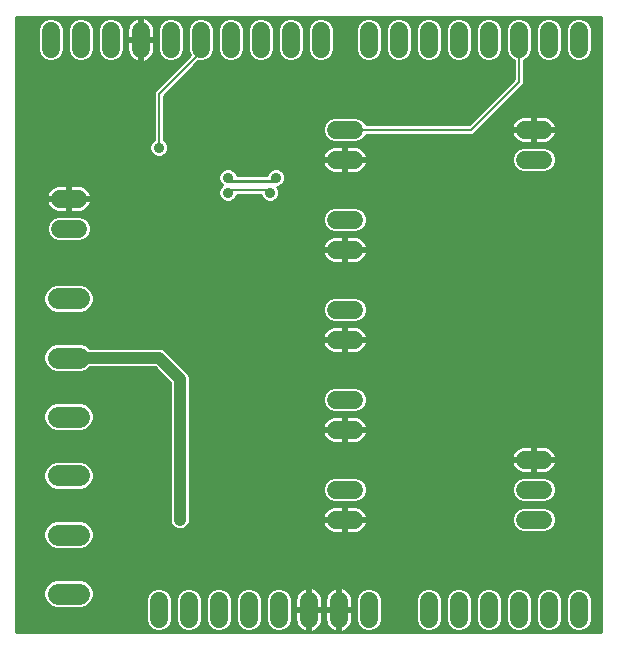
<source format=gbl>
G75*
G70*
%OFA0B0*%
%FSLAX24Y24*%
%IPPOS*%
%LPD*%
%AMOC8*
5,1,8,0,0,1.08239X$1,22.5*
%
%ADD10C,0.0600*%
%ADD11C,0.0705*%
%ADD12C,0.0100*%
%ADD13C,0.0357*%
%ADD14C,0.0080*%
%ADD15C,0.0400*%
D10*
X005350Y001150D02*
X005350Y001750D01*
X006350Y001750D02*
X006350Y001150D01*
X007350Y001150D02*
X007350Y001750D01*
X008350Y001750D02*
X008350Y001150D01*
X009350Y001150D02*
X009350Y001750D01*
X010350Y001750D02*
X010350Y001150D01*
X011350Y001150D02*
X011350Y001750D01*
X012350Y001750D02*
X012350Y001150D01*
X014350Y001150D02*
X014350Y001750D01*
X015350Y001750D02*
X015350Y001150D01*
X016350Y001150D02*
X016350Y001750D01*
X017350Y001750D02*
X017350Y001150D01*
X018350Y001150D02*
X018350Y001750D01*
X019350Y001750D02*
X019350Y001150D01*
X018150Y004450D02*
X017550Y004450D01*
X017550Y005450D02*
X018150Y005450D01*
X018150Y006450D02*
X017550Y006450D01*
X011850Y005450D02*
X011250Y005450D01*
X011250Y004450D02*
X011850Y004450D01*
X011850Y007450D02*
X011250Y007450D01*
X011250Y008450D02*
X011850Y008450D01*
X011850Y010450D02*
X011250Y010450D01*
X011250Y011450D02*
X011850Y011450D01*
X011850Y013450D02*
X011250Y013450D01*
X011250Y014450D02*
X011850Y014450D01*
X011850Y016450D02*
X011250Y016450D01*
X011250Y017450D02*
X011850Y017450D01*
X012350Y020150D02*
X012350Y020750D01*
X013350Y020750D02*
X013350Y020150D01*
X014350Y020150D02*
X014350Y020750D01*
X015350Y020750D02*
X015350Y020150D01*
X016350Y020150D02*
X016350Y020750D01*
X017350Y020750D02*
X017350Y020150D01*
X018350Y020150D02*
X018350Y020750D01*
X019350Y020750D02*
X019350Y020150D01*
X018150Y017450D02*
X017550Y017450D01*
X017550Y016450D02*
X018150Y016450D01*
X010750Y020150D02*
X010750Y020750D01*
X009750Y020750D02*
X009750Y020150D01*
X008750Y020150D02*
X008750Y020750D01*
X007750Y020750D02*
X007750Y020150D01*
X006750Y020150D02*
X006750Y020750D01*
X005750Y020750D02*
X005750Y020150D01*
X004750Y020150D02*
X004750Y020750D01*
X003750Y020750D02*
X003750Y020150D01*
X002750Y020150D02*
X002750Y020750D01*
X001750Y020750D02*
X001750Y020150D01*
X002050Y015150D02*
X002650Y015150D01*
X002650Y014150D02*
X002050Y014150D01*
D11*
X001990Y011819D02*
X002695Y011819D01*
X002695Y009850D02*
X001990Y009850D01*
X001990Y007881D02*
X002695Y007881D01*
X002695Y005919D02*
X001990Y005919D01*
X001990Y003950D02*
X002695Y003950D01*
X002695Y001981D02*
X001990Y001981D01*
D12*
X000600Y000700D02*
X000600Y021200D01*
X020100Y021200D01*
X020100Y000700D01*
X000600Y000700D01*
X000600Y000746D02*
X005203Y000746D01*
X005264Y000720D02*
X005436Y000720D01*
X005594Y000785D01*
X005715Y000906D01*
X005780Y001064D01*
X005780Y001836D01*
X005715Y001994D01*
X005594Y002115D01*
X005436Y002180D01*
X005264Y002180D01*
X005106Y002115D01*
X004985Y001994D01*
X004920Y001836D01*
X004920Y001064D01*
X004985Y000906D01*
X005106Y000785D01*
X005264Y000720D01*
X005497Y000746D02*
X006203Y000746D01*
X006264Y000720D02*
X006106Y000785D01*
X005985Y000906D01*
X005920Y001064D01*
X005920Y001836D01*
X005985Y001994D01*
X006106Y002115D01*
X006264Y002180D01*
X006436Y002180D01*
X006594Y002115D01*
X006715Y001994D01*
X006780Y001836D01*
X006780Y001064D01*
X006715Y000906D01*
X006594Y000785D01*
X006436Y000720D01*
X006264Y000720D01*
X006497Y000746D02*
X007203Y000746D01*
X007264Y000720D02*
X007436Y000720D01*
X007594Y000785D01*
X007715Y000906D01*
X007780Y001064D01*
X007780Y001836D01*
X007715Y001994D01*
X007594Y002115D01*
X007436Y002180D01*
X007264Y002180D01*
X007106Y002115D01*
X006985Y001994D01*
X006920Y001836D01*
X006920Y001064D01*
X006985Y000906D01*
X007106Y000785D01*
X007264Y000720D01*
X007048Y000844D02*
X006652Y000844D01*
X006729Y000943D02*
X006971Y000943D01*
X006930Y001041D02*
X006770Y001041D01*
X006780Y001140D02*
X006920Y001140D01*
X006920Y001238D02*
X006780Y001238D01*
X006780Y001337D02*
X006920Y001337D01*
X006920Y001435D02*
X006780Y001435D01*
X006780Y001534D02*
X006920Y001534D01*
X006920Y001632D02*
X006780Y001632D01*
X006780Y001731D02*
X006920Y001731D01*
X006920Y001829D02*
X006780Y001829D01*
X006742Y001928D02*
X006958Y001928D01*
X007018Y002026D02*
X006682Y002026D01*
X006570Y002125D02*
X007130Y002125D01*
X007570Y002125D02*
X008130Y002125D01*
X008106Y002115D02*
X008264Y002180D01*
X008436Y002180D01*
X008594Y002115D01*
X008715Y001994D01*
X008780Y001836D01*
X008780Y001064D01*
X008715Y000906D01*
X008594Y000785D01*
X008436Y000720D01*
X008264Y000720D01*
X008106Y000785D01*
X007985Y000906D01*
X007920Y001064D01*
X007920Y001836D01*
X007985Y001994D01*
X008106Y002115D01*
X008018Y002026D02*
X007682Y002026D01*
X007742Y001928D02*
X007958Y001928D01*
X007920Y001829D02*
X007780Y001829D01*
X007780Y001731D02*
X007920Y001731D01*
X007920Y001632D02*
X007780Y001632D01*
X007780Y001534D02*
X007920Y001534D01*
X007920Y001435D02*
X007780Y001435D01*
X007780Y001337D02*
X007920Y001337D01*
X007920Y001238D02*
X007780Y001238D01*
X007780Y001140D02*
X007920Y001140D01*
X007930Y001041D02*
X007770Y001041D01*
X007729Y000943D02*
X007971Y000943D01*
X008048Y000844D02*
X007652Y000844D01*
X007497Y000746D02*
X008203Y000746D01*
X008497Y000746D02*
X009203Y000746D01*
X009264Y000720D02*
X009436Y000720D01*
X009594Y000785D01*
X009715Y000906D01*
X009780Y001064D01*
X009780Y001836D01*
X009715Y001994D01*
X009594Y002115D01*
X009436Y002180D01*
X009264Y002180D01*
X009106Y002115D01*
X008985Y001994D01*
X008920Y001836D01*
X008920Y001064D01*
X008985Y000906D01*
X009106Y000785D01*
X009264Y000720D01*
X009497Y000746D02*
X010153Y000746D01*
X010177Y000733D02*
X010245Y000711D01*
X010300Y000702D01*
X010300Y001400D01*
X010400Y001400D01*
X010400Y001500D01*
X010800Y001500D01*
X010800Y001785D01*
X010789Y001855D01*
X010767Y001923D01*
X010735Y001986D01*
X010693Y002043D01*
X010643Y002093D01*
X010586Y002135D01*
X010523Y002167D01*
X010455Y002189D01*
X010400Y002198D01*
X010400Y001500D01*
X010300Y001500D01*
X010300Y002198D01*
X010245Y002189D01*
X010177Y002167D01*
X010114Y002135D01*
X010057Y002093D01*
X010007Y002043D01*
X009965Y001986D01*
X009933Y001923D01*
X009911Y001855D01*
X009900Y001785D01*
X009900Y001500D01*
X010300Y001500D01*
X010300Y001400D01*
X009900Y001400D01*
X009900Y001115D01*
X009911Y001045D01*
X009933Y000977D01*
X009965Y000914D01*
X010007Y000857D01*
X010057Y000807D01*
X010114Y000765D01*
X010177Y000733D01*
X010300Y000746D02*
X010400Y000746D01*
X010400Y000702D02*
X010455Y000711D01*
X010523Y000733D01*
X010586Y000765D01*
X010643Y000807D01*
X010693Y000857D01*
X010735Y000914D01*
X010767Y000977D01*
X010789Y001045D01*
X010800Y001115D01*
X010800Y001400D01*
X010400Y001400D01*
X010400Y000702D01*
X010400Y000844D02*
X010300Y000844D01*
X010300Y000943D02*
X010400Y000943D01*
X010400Y001041D02*
X010300Y001041D01*
X010300Y001140D02*
X010400Y001140D01*
X010400Y001238D02*
X010300Y001238D01*
X010300Y001337D02*
X010400Y001337D01*
X010400Y001435D02*
X011300Y001435D01*
X011300Y001400D02*
X010900Y001400D01*
X010900Y001115D01*
X010911Y001045D01*
X010933Y000977D01*
X010965Y000914D01*
X011007Y000857D01*
X011057Y000807D01*
X011114Y000765D01*
X011177Y000733D01*
X011245Y000711D01*
X011300Y000702D01*
X011300Y001400D01*
X011400Y001400D01*
X011400Y001500D01*
X011800Y001500D01*
X011800Y001785D01*
X011789Y001855D01*
X011767Y001923D01*
X011735Y001986D01*
X011693Y002043D01*
X011643Y002093D01*
X011586Y002135D01*
X011523Y002167D01*
X011455Y002189D01*
X011400Y002198D01*
X011400Y001500D01*
X011300Y001500D01*
X011300Y002198D01*
X011245Y002189D01*
X011177Y002167D01*
X011114Y002135D01*
X011057Y002093D01*
X011007Y002043D01*
X010965Y001986D01*
X010933Y001923D01*
X010911Y001855D01*
X010900Y001785D01*
X010900Y001500D01*
X011300Y001500D01*
X011300Y001400D01*
X011300Y001337D02*
X011400Y001337D01*
X011400Y001400D02*
X011400Y000702D01*
X011455Y000711D01*
X011523Y000733D01*
X011586Y000765D01*
X011643Y000807D01*
X011693Y000857D01*
X011735Y000914D01*
X011767Y000977D01*
X011789Y001045D01*
X011800Y001115D01*
X011800Y001400D01*
X011400Y001400D01*
X011400Y001435D02*
X011920Y001435D01*
X011920Y001337D02*
X011800Y001337D01*
X011800Y001238D02*
X011920Y001238D01*
X011920Y001140D02*
X011800Y001140D01*
X011788Y001041D02*
X011930Y001041D01*
X011920Y001064D02*
X011985Y000906D01*
X012106Y000785D01*
X012264Y000720D01*
X012436Y000720D01*
X012594Y000785D01*
X012715Y000906D01*
X012780Y001064D01*
X012780Y001836D01*
X012715Y001994D01*
X012594Y002115D01*
X012436Y002180D01*
X012264Y002180D01*
X012106Y002115D01*
X011985Y001994D01*
X011920Y001836D01*
X011920Y001064D01*
X011971Y000943D02*
X011749Y000943D01*
X011680Y000844D02*
X012048Y000844D01*
X012203Y000746D02*
X011547Y000746D01*
X011400Y000746D02*
X011300Y000746D01*
X011300Y000844D02*
X011400Y000844D01*
X011400Y000943D02*
X011300Y000943D01*
X011300Y001041D02*
X011400Y001041D01*
X011400Y001140D02*
X011300Y001140D01*
X011300Y001238D02*
X011400Y001238D01*
X011400Y001534D02*
X011300Y001534D01*
X011300Y001632D02*
X011400Y001632D01*
X011400Y001731D02*
X011300Y001731D01*
X011300Y001829D02*
X011400Y001829D01*
X011400Y001928D02*
X011300Y001928D01*
X011300Y002026D02*
X011400Y002026D01*
X011400Y002125D02*
X011300Y002125D01*
X011100Y002125D02*
X010600Y002125D01*
X010706Y002026D02*
X010994Y002026D01*
X010935Y001928D02*
X010765Y001928D01*
X010793Y001829D02*
X010907Y001829D01*
X010900Y001731D02*
X010800Y001731D01*
X010800Y001632D02*
X010900Y001632D01*
X010900Y001534D02*
X010800Y001534D01*
X010800Y001337D02*
X010900Y001337D01*
X010900Y001238D02*
X010800Y001238D01*
X010800Y001140D02*
X010900Y001140D01*
X010912Y001041D02*
X010788Y001041D01*
X010749Y000943D02*
X010951Y000943D01*
X011020Y000844D02*
X010680Y000844D01*
X010547Y000746D02*
X011153Y000746D01*
X011800Y001534D02*
X011920Y001534D01*
X011920Y001632D02*
X011800Y001632D01*
X011800Y001731D02*
X011920Y001731D01*
X011920Y001829D02*
X011793Y001829D01*
X011765Y001928D02*
X011958Y001928D01*
X012018Y002026D02*
X011706Y002026D01*
X011600Y002125D02*
X012130Y002125D01*
X012570Y002125D02*
X014130Y002125D01*
X014106Y002115D02*
X013985Y001994D01*
X013920Y001836D01*
X013920Y001064D01*
X013985Y000906D01*
X014106Y000785D01*
X014264Y000720D01*
X014436Y000720D01*
X014594Y000785D01*
X014715Y000906D01*
X014780Y001064D01*
X014780Y001836D01*
X014715Y001994D01*
X014594Y002115D01*
X014436Y002180D01*
X014264Y002180D01*
X014106Y002115D01*
X014018Y002026D02*
X012682Y002026D01*
X012742Y001928D02*
X013958Y001928D01*
X013920Y001829D02*
X012780Y001829D01*
X012780Y001731D02*
X013920Y001731D01*
X013920Y001632D02*
X012780Y001632D01*
X012780Y001534D02*
X013920Y001534D01*
X013920Y001435D02*
X012780Y001435D01*
X012780Y001337D02*
X013920Y001337D01*
X013920Y001238D02*
X012780Y001238D01*
X012780Y001140D02*
X013920Y001140D01*
X013930Y001041D02*
X012770Y001041D01*
X012729Y000943D02*
X013971Y000943D01*
X014048Y000844D02*
X012652Y000844D01*
X012497Y000746D02*
X014203Y000746D01*
X014497Y000746D02*
X015203Y000746D01*
X015264Y000720D02*
X015436Y000720D01*
X015594Y000785D01*
X015715Y000906D01*
X015780Y001064D01*
X015780Y001836D01*
X015715Y001994D01*
X015594Y002115D01*
X015436Y002180D01*
X015264Y002180D01*
X015106Y002115D01*
X014985Y001994D01*
X014920Y001836D01*
X014920Y001064D01*
X014985Y000906D01*
X015106Y000785D01*
X015264Y000720D01*
X015497Y000746D02*
X016203Y000746D01*
X016264Y000720D02*
X016106Y000785D01*
X015985Y000906D01*
X015920Y001064D01*
X015920Y001836D01*
X015985Y001994D01*
X016106Y002115D01*
X016264Y002180D01*
X016436Y002180D01*
X016594Y002115D01*
X016715Y001994D01*
X016780Y001836D01*
X016780Y001064D01*
X016715Y000906D01*
X016594Y000785D01*
X016436Y000720D01*
X016264Y000720D01*
X016497Y000746D02*
X017203Y000746D01*
X017264Y000720D02*
X017106Y000785D01*
X016985Y000906D01*
X016920Y001064D01*
X016920Y001836D01*
X016985Y001994D01*
X017106Y002115D01*
X017264Y002180D01*
X017436Y002180D01*
X017594Y002115D01*
X017715Y001994D01*
X017780Y001836D01*
X017780Y001064D01*
X017715Y000906D01*
X017594Y000785D01*
X017436Y000720D01*
X017264Y000720D01*
X017497Y000746D02*
X018203Y000746D01*
X018264Y000720D02*
X018436Y000720D01*
X018594Y000785D01*
X018715Y000906D01*
X018780Y001064D01*
X018780Y001836D01*
X018715Y001994D01*
X018594Y002115D01*
X018436Y002180D01*
X018264Y002180D01*
X018106Y002115D01*
X017985Y001994D01*
X017920Y001836D01*
X017920Y001064D01*
X017985Y000906D01*
X018106Y000785D01*
X018264Y000720D01*
X018497Y000746D02*
X019203Y000746D01*
X019264Y000720D02*
X019436Y000720D01*
X019594Y000785D01*
X019715Y000906D01*
X019780Y001064D01*
X019780Y001836D01*
X019715Y001994D01*
X019594Y002115D01*
X019436Y002180D01*
X019264Y002180D01*
X019106Y002115D01*
X018985Y001994D01*
X018920Y001836D01*
X018920Y001064D01*
X018985Y000906D01*
X019106Y000785D01*
X019264Y000720D01*
X019497Y000746D02*
X020100Y000746D01*
X020100Y000844D02*
X019652Y000844D01*
X019729Y000943D02*
X020100Y000943D01*
X020100Y001041D02*
X019770Y001041D01*
X019780Y001140D02*
X020100Y001140D01*
X020100Y001238D02*
X019780Y001238D01*
X019780Y001337D02*
X020100Y001337D01*
X020100Y001435D02*
X019780Y001435D01*
X019780Y001534D02*
X020100Y001534D01*
X020100Y001632D02*
X019780Y001632D01*
X019780Y001731D02*
X020100Y001731D01*
X020100Y001829D02*
X019780Y001829D01*
X019742Y001928D02*
X020100Y001928D01*
X020100Y002026D02*
X019682Y002026D01*
X019570Y002125D02*
X020100Y002125D01*
X020100Y002223D02*
X003117Y002223D01*
X003104Y002255D02*
X002968Y002391D01*
X002791Y002464D01*
X001894Y002464D01*
X001716Y002391D01*
X001581Y002255D01*
X001507Y002077D01*
X001507Y001886D01*
X001581Y001708D01*
X001716Y001572D01*
X001894Y001499D01*
X002791Y001499D01*
X002968Y001572D01*
X003104Y001708D01*
X003177Y001886D01*
X003177Y002077D01*
X003104Y002255D01*
X003037Y002322D02*
X020100Y002322D01*
X020100Y002420D02*
X002897Y002420D01*
X003158Y002125D02*
X005130Y002125D01*
X005018Y002026D02*
X003177Y002026D01*
X003177Y001928D02*
X004958Y001928D01*
X004920Y001829D02*
X003154Y001829D01*
X003113Y001731D02*
X004920Y001731D01*
X004920Y001632D02*
X003027Y001632D01*
X002874Y001534D02*
X004920Y001534D01*
X004920Y001435D02*
X000600Y001435D01*
X000600Y001337D02*
X004920Y001337D01*
X004920Y001238D02*
X000600Y001238D01*
X000600Y001140D02*
X004920Y001140D01*
X004930Y001041D02*
X000600Y001041D01*
X000600Y000943D02*
X004971Y000943D01*
X005048Y000844D02*
X000600Y000844D01*
X000600Y001534D02*
X001810Y001534D01*
X001657Y001632D02*
X000600Y001632D01*
X000600Y001731D02*
X001571Y001731D01*
X001531Y001829D02*
X000600Y001829D01*
X000600Y001928D02*
X001507Y001928D01*
X001507Y002026D02*
X000600Y002026D01*
X000600Y002125D02*
X001527Y002125D01*
X001567Y002223D02*
X000600Y002223D01*
X000600Y002322D02*
X001647Y002322D01*
X001787Y002420D02*
X000600Y002420D01*
X000600Y002519D02*
X020100Y002519D01*
X020100Y002617D02*
X000600Y002617D01*
X000600Y002716D02*
X020100Y002716D01*
X020100Y002814D02*
X000600Y002814D01*
X000600Y002913D02*
X020100Y002913D01*
X020100Y003011D02*
X000600Y003011D01*
X000600Y003110D02*
X020100Y003110D01*
X020100Y003208D02*
X000600Y003208D01*
X000600Y003307D02*
X020100Y003307D01*
X020100Y003405D02*
X000600Y003405D01*
X000600Y003504D02*
X001807Y003504D01*
X001894Y003468D02*
X001716Y003541D01*
X001581Y003677D01*
X001507Y003854D01*
X001507Y004046D01*
X001581Y004223D01*
X001716Y004359D01*
X001894Y004432D01*
X002791Y004432D01*
X002968Y004359D01*
X003104Y004223D01*
X003177Y004046D01*
X003177Y003854D01*
X003104Y003677D01*
X002968Y003541D01*
X002791Y003468D01*
X001894Y003468D01*
X001655Y003602D02*
X000600Y003602D01*
X000600Y003701D02*
X001571Y003701D01*
X001530Y003799D02*
X000600Y003799D01*
X000600Y003898D02*
X001507Y003898D01*
X001507Y003996D02*
X000600Y003996D01*
X000600Y004095D02*
X001527Y004095D01*
X001568Y004193D02*
X000600Y004193D01*
X000600Y004292D02*
X001649Y004292D01*
X001791Y004390D02*
X000600Y004390D01*
X000600Y004489D02*
X005720Y004489D01*
X005720Y004587D02*
X000600Y004587D01*
X000600Y004686D02*
X005720Y004686D01*
X005720Y004784D02*
X000600Y004784D01*
X000600Y004883D02*
X005720Y004883D01*
X005720Y004981D02*
X000600Y004981D01*
X000600Y005080D02*
X005720Y005080D01*
X005720Y005178D02*
X000600Y005178D01*
X000600Y005277D02*
X005720Y005277D01*
X005720Y005375D02*
X000600Y005375D01*
X000600Y005474D02*
X001803Y005474D01*
X001716Y005509D02*
X001894Y005436D01*
X002791Y005436D01*
X002968Y005509D01*
X003104Y005645D01*
X003177Y005823D01*
X003177Y006014D01*
X003104Y006192D01*
X002968Y006328D01*
X002791Y006401D01*
X001894Y006401D01*
X001716Y006328D01*
X001581Y006192D01*
X001507Y006014D01*
X001507Y005823D01*
X001581Y005645D01*
X001716Y005509D01*
X001654Y005572D02*
X000600Y005572D01*
X000600Y005671D02*
X001570Y005671D01*
X001529Y005769D02*
X000600Y005769D01*
X000600Y005868D02*
X001507Y005868D01*
X001507Y005966D02*
X000600Y005966D01*
X000600Y006065D02*
X001528Y006065D01*
X001569Y006163D02*
X000600Y006163D01*
X000600Y006262D02*
X001650Y006262D01*
X001795Y006360D02*
X000600Y006360D01*
X000600Y006459D02*
X005720Y006459D01*
X005720Y006557D02*
X000600Y006557D01*
X000600Y006656D02*
X005720Y006656D01*
X005720Y006754D02*
X000600Y006754D01*
X000600Y006853D02*
X005720Y006853D01*
X005720Y006951D02*
X000600Y006951D01*
X000600Y007050D02*
X005720Y007050D01*
X005720Y007148D02*
X000600Y007148D01*
X000600Y007247D02*
X005720Y007247D01*
X005720Y007345D02*
X000600Y007345D01*
X000600Y007444D02*
X001786Y007444D01*
X001716Y007472D02*
X001894Y007399D01*
X002791Y007399D01*
X002968Y007472D01*
X003104Y007608D01*
X003177Y007786D01*
X003177Y007977D01*
X003104Y008155D01*
X002968Y008291D01*
X002791Y008364D01*
X001894Y008364D01*
X001716Y008291D01*
X001581Y008155D01*
X001507Y007977D01*
X001507Y007786D01*
X001581Y007608D01*
X001716Y007472D01*
X001647Y007542D02*
X000600Y007542D01*
X000600Y007641D02*
X001567Y007641D01*
X001526Y007739D02*
X000600Y007739D01*
X000600Y007838D02*
X001507Y007838D01*
X001507Y007936D02*
X000600Y007936D01*
X000600Y008035D02*
X001531Y008035D01*
X001572Y008133D02*
X000600Y008133D01*
X000600Y008232D02*
X001657Y008232D01*
X001812Y008330D02*
X000600Y008330D01*
X000600Y008429D02*
X005720Y008429D01*
X005720Y008527D02*
X000600Y008527D01*
X000600Y008626D02*
X005720Y008626D01*
X005720Y008724D02*
X000600Y008724D01*
X000600Y008823D02*
X005720Y008823D01*
X005720Y008921D02*
X000600Y008921D01*
X000600Y009020D02*
X005714Y009020D01*
X005720Y009013D02*
X005720Y004384D01*
X005770Y004263D01*
X005863Y004170D01*
X005984Y004120D01*
X006116Y004120D01*
X006237Y004170D01*
X006330Y004263D01*
X006380Y004384D01*
X006380Y009216D01*
X006330Y009337D01*
X006237Y009430D01*
X005537Y010130D01*
X005416Y010180D01*
X003047Y010180D01*
X002968Y010259D01*
X002791Y010332D01*
X001894Y010332D01*
X001716Y010259D01*
X001581Y010123D01*
X001507Y009946D01*
X001507Y009754D01*
X001581Y009577D01*
X001716Y009441D01*
X001894Y009368D01*
X002791Y009368D01*
X002968Y009441D01*
X003047Y009520D01*
X005213Y009520D01*
X005720Y009013D01*
X005615Y009118D02*
X000600Y009118D01*
X000600Y009217D02*
X005517Y009217D01*
X005418Y009315D02*
X000600Y009315D01*
X000600Y009414D02*
X001783Y009414D01*
X001645Y009512D02*
X000600Y009512D01*
X000600Y009611D02*
X001567Y009611D01*
X001526Y009709D02*
X000600Y009709D01*
X000600Y009808D02*
X001507Y009808D01*
X001507Y009906D02*
X000600Y009906D01*
X000600Y010005D02*
X001531Y010005D01*
X001572Y010103D02*
X000600Y010103D01*
X000600Y010202D02*
X001659Y010202D01*
X001815Y010300D02*
X000600Y010300D01*
X000600Y010399D02*
X010803Y010399D01*
X010802Y010400D02*
X010811Y010345D01*
X010833Y010277D01*
X010865Y010214D01*
X010907Y010157D01*
X010957Y010107D01*
X011014Y010065D01*
X011077Y010033D01*
X011145Y010011D01*
X011215Y010000D01*
X011500Y010000D01*
X011500Y010400D01*
X011600Y010400D01*
X011600Y010500D01*
X011500Y010500D01*
X011500Y010900D01*
X011215Y010900D01*
X011145Y010889D01*
X011077Y010867D01*
X011014Y010835D01*
X010957Y010793D01*
X010907Y010743D01*
X010865Y010686D01*
X010833Y010623D01*
X010811Y010555D01*
X010802Y010500D01*
X011500Y010500D01*
X011500Y010400D01*
X010802Y010400D01*
X010826Y010300D02*
X002869Y010300D01*
X003025Y010202D02*
X010874Y010202D01*
X010962Y010103D02*
X005564Y010103D01*
X005662Y010005D02*
X011186Y010005D01*
X011500Y010005D02*
X011600Y010005D01*
X011600Y010000D02*
X011885Y010000D01*
X011955Y010011D01*
X012023Y010033D01*
X012086Y010065D01*
X012143Y010107D01*
X012193Y010157D01*
X012235Y010214D01*
X012267Y010277D01*
X012289Y010345D01*
X012298Y010400D01*
X011600Y010400D01*
X011600Y010000D01*
X011600Y010103D02*
X011500Y010103D01*
X011500Y010202D02*
X011600Y010202D01*
X011600Y010300D02*
X011500Y010300D01*
X011500Y010399D02*
X011600Y010399D01*
X011600Y010497D02*
X020100Y010497D01*
X020100Y010399D02*
X012297Y010399D01*
X012298Y010500D02*
X012289Y010555D01*
X012267Y010623D01*
X012235Y010686D01*
X012193Y010743D01*
X012143Y010793D01*
X012086Y010835D01*
X012023Y010867D01*
X011955Y010889D01*
X011885Y010900D01*
X011600Y010900D01*
X011600Y010500D01*
X012298Y010500D01*
X012276Y010596D02*
X020100Y010596D01*
X020100Y010694D02*
X012229Y010694D01*
X012144Y010793D02*
X020100Y010793D01*
X020100Y010891D02*
X011942Y010891D01*
X011936Y011020D02*
X012094Y011085D01*
X012215Y011206D01*
X012280Y011364D01*
X012280Y011536D01*
X012215Y011694D01*
X012094Y011815D01*
X011936Y011880D01*
X011164Y011880D01*
X011006Y011815D01*
X010885Y011694D01*
X010820Y011536D01*
X010820Y011364D01*
X010885Y011206D01*
X011006Y011085D01*
X011164Y011020D01*
X011936Y011020D01*
X012096Y011088D02*
X020100Y011088D01*
X020100Y010990D02*
X000600Y010990D01*
X000600Y011088D02*
X011004Y011088D01*
X010905Y011187D02*
X000600Y011187D01*
X000600Y011285D02*
X010853Y011285D01*
X010820Y011384D02*
X002905Y011384D01*
X002968Y011409D02*
X002791Y011336D01*
X001894Y011336D01*
X001716Y011409D01*
X001581Y011545D01*
X001507Y011723D01*
X001507Y011914D01*
X001581Y012092D01*
X001716Y012228D01*
X001894Y012301D01*
X002791Y012301D01*
X002968Y012228D01*
X003104Y012092D01*
X003177Y011914D01*
X003177Y011723D01*
X003104Y011545D01*
X002968Y011409D01*
X003041Y011482D02*
X010820Y011482D01*
X010839Y011581D02*
X003118Y011581D01*
X003159Y011679D02*
X010879Y011679D01*
X010969Y011778D02*
X003177Y011778D01*
X003177Y011876D02*
X011155Y011876D01*
X011945Y011876D02*
X020100Y011876D01*
X020100Y011778D02*
X012131Y011778D01*
X012221Y011679D02*
X020100Y011679D01*
X020100Y011581D02*
X012261Y011581D01*
X012280Y011482D02*
X020100Y011482D01*
X020100Y011384D02*
X012280Y011384D01*
X012247Y011285D02*
X020100Y011285D01*
X020100Y011187D02*
X012195Y011187D01*
X011600Y010891D02*
X011500Y010891D01*
X011500Y010793D02*
X011600Y010793D01*
X011600Y010694D02*
X011500Y010694D01*
X011500Y010596D02*
X011600Y010596D01*
X011500Y010497D02*
X000600Y010497D01*
X000600Y010596D02*
X010824Y010596D01*
X010871Y010694D02*
X000600Y010694D01*
X000600Y010793D02*
X010956Y010793D01*
X011158Y010891D02*
X000600Y010891D01*
X000600Y011384D02*
X001779Y011384D01*
X001644Y011482D02*
X000600Y011482D01*
X000600Y011581D02*
X001566Y011581D01*
X001525Y011679D02*
X000600Y011679D01*
X000600Y011778D02*
X001507Y011778D01*
X001507Y011876D02*
X000600Y011876D01*
X000600Y011975D02*
X001532Y011975D01*
X001573Y012073D02*
X000600Y012073D01*
X000600Y012172D02*
X001660Y012172D01*
X001819Y012270D02*
X000600Y012270D01*
X000600Y012369D02*
X020100Y012369D01*
X020100Y012467D02*
X000600Y012467D01*
X000600Y012566D02*
X020100Y012566D01*
X020100Y012664D02*
X000600Y012664D01*
X000600Y012763D02*
X020100Y012763D01*
X020100Y012861D02*
X000600Y012861D01*
X000600Y012960D02*
X020100Y012960D01*
X020100Y013058D02*
X012072Y013058D01*
X012086Y013065D02*
X012143Y013107D01*
X012193Y013157D01*
X012235Y013214D01*
X012267Y013277D01*
X012289Y013345D01*
X012298Y013400D01*
X011600Y013400D01*
X011600Y013500D01*
X011500Y013500D01*
X011500Y013900D01*
X011215Y013900D01*
X011145Y013889D01*
X011077Y013867D01*
X011014Y013835D01*
X010957Y013793D01*
X010907Y013743D01*
X010865Y013686D01*
X010833Y013623D01*
X010811Y013555D01*
X010802Y013500D01*
X011500Y013500D01*
X011500Y013400D01*
X011600Y013400D01*
X011600Y013000D01*
X011885Y013000D01*
X011955Y013011D01*
X012023Y013033D01*
X012086Y013065D01*
X012193Y013157D02*
X020100Y013157D01*
X020100Y013255D02*
X012256Y013255D01*
X012290Y013354D02*
X020100Y013354D01*
X020100Y013452D02*
X011600Y013452D01*
X011600Y013500D02*
X012298Y013500D01*
X012289Y013555D01*
X012267Y013623D01*
X012235Y013686D01*
X012193Y013743D01*
X012143Y013793D01*
X012086Y013835D01*
X012023Y013867D01*
X011955Y013889D01*
X011885Y013900D01*
X011600Y013900D01*
X011600Y013500D01*
X011600Y013551D02*
X011500Y013551D01*
X011500Y013649D02*
X011600Y013649D01*
X011600Y013748D02*
X011500Y013748D01*
X011500Y013846D02*
X011600Y013846D01*
X011936Y014020D02*
X011164Y014020D01*
X011006Y014085D01*
X010885Y014206D01*
X010820Y014364D01*
X010820Y014536D01*
X002843Y014536D01*
X002894Y014515D02*
X002736Y014580D01*
X001964Y014580D01*
X001806Y014515D01*
X001685Y014394D01*
X001620Y014236D01*
X001620Y014064D01*
X001685Y013906D01*
X001806Y013785D01*
X001964Y013720D01*
X002736Y013720D01*
X002894Y013785D01*
X003015Y013906D01*
X003080Y014064D01*
X003080Y014236D01*
X003015Y014394D01*
X002894Y014515D01*
X002971Y014437D02*
X010820Y014437D01*
X010820Y014536D02*
X010885Y014694D01*
X011006Y014815D01*
X011164Y014880D01*
X011936Y014880D01*
X012094Y014815D01*
X012215Y014694D01*
X012280Y014536D01*
X020100Y014536D01*
X020100Y014634D02*
X012239Y014634D01*
X012280Y014536D02*
X012280Y014364D01*
X012215Y014206D01*
X012094Y014085D01*
X011936Y014020D01*
X011991Y014043D02*
X020100Y014043D01*
X020100Y013945D02*
X003030Y013945D01*
X003071Y014043D02*
X011109Y014043D01*
X010950Y014142D02*
X003080Y014142D01*
X003078Y014240D02*
X010872Y014240D01*
X010831Y014339D02*
X003037Y014339D01*
X002823Y014733D02*
X002886Y014765D01*
X002943Y014807D01*
X002993Y014857D01*
X003035Y014914D01*
X003067Y014977D01*
X003089Y015045D01*
X003098Y015100D01*
X002400Y015100D01*
X002400Y015200D01*
X002300Y015200D01*
X002300Y015600D01*
X002015Y015600D01*
X001945Y015589D01*
X001877Y015567D01*
X001814Y015535D01*
X001757Y015493D01*
X001707Y015443D01*
X001665Y015386D01*
X001633Y015323D01*
X001611Y015255D01*
X001602Y015200D01*
X002300Y015200D01*
X002300Y015100D01*
X002400Y015100D01*
X002400Y014700D01*
X002685Y014700D01*
X002755Y014711D01*
X002823Y014733D01*
X002821Y014733D02*
X010924Y014733D01*
X010861Y014634D02*
X000600Y014634D01*
X000600Y014536D02*
X001857Y014536D01*
X001729Y014437D02*
X000600Y014437D01*
X000600Y014339D02*
X001663Y014339D01*
X001622Y014240D02*
X000600Y014240D01*
X000600Y014142D02*
X001620Y014142D01*
X001629Y014043D02*
X000600Y014043D01*
X000600Y013945D02*
X001670Y013945D01*
X001746Y013846D02*
X000600Y013846D01*
X000600Y013748D02*
X001898Y013748D01*
X002802Y013748D02*
X010911Y013748D01*
X010846Y013649D02*
X000600Y013649D01*
X000600Y013551D02*
X010810Y013551D01*
X010802Y013400D02*
X010811Y013345D01*
X010833Y013277D01*
X010865Y013214D01*
X010907Y013157D01*
X010957Y013107D01*
X011014Y013065D01*
X011077Y013033D01*
X011145Y013011D01*
X011215Y013000D01*
X011500Y013000D01*
X011500Y013400D01*
X010802Y013400D01*
X010810Y013354D02*
X000600Y013354D01*
X000600Y013452D02*
X011500Y013452D01*
X011500Y013354D02*
X011600Y013354D01*
X011600Y013255D02*
X011500Y013255D01*
X011500Y013157D02*
X011600Y013157D01*
X011600Y013058D02*
X011500Y013058D01*
X011028Y013058D02*
X000600Y013058D01*
X000600Y013157D02*
X010907Y013157D01*
X010844Y013255D02*
X000600Y013255D01*
X000600Y014733D02*
X001879Y014733D01*
X001877Y014733D02*
X001945Y014711D01*
X002015Y014700D01*
X002300Y014700D01*
X002300Y015100D01*
X001602Y015100D01*
X001611Y015045D01*
X001633Y014977D01*
X001665Y014914D01*
X001707Y014857D01*
X001757Y014807D01*
X001814Y014765D01*
X001877Y014733D01*
X001733Y014831D02*
X000600Y014831D01*
X000600Y014930D02*
X001657Y014930D01*
X001616Y015028D02*
X000600Y015028D01*
X000600Y015127D02*
X002300Y015127D01*
X002300Y015225D02*
X002400Y015225D01*
X002400Y015200D02*
X002400Y015600D01*
X002685Y015600D01*
X002755Y015589D01*
X002823Y015567D01*
X002886Y015535D01*
X002943Y015493D01*
X002993Y015443D01*
X003035Y015386D01*
X003067Y015323D01*
X003089Y015255D01*
X003098Y015200D01*
X002400Y015200D01*
X002400Y015127D02*
X007437Y015127D01*
X007475Y015089D02*
X007589Y015042D01*
X007711Y015042D01*
X007825Y015089D01*
X007911Y015175D01*
X007955Y015280D01*
X008745Y015280D01*
X008789Y015175D01*
X008875Y015089D01*
X008989Y015042D01*
X009111Y015042D01*
X009225Y015089D01*
X009311Y015175D01*
X009358Y015289D01*
X009358Y015411D01*
X009311Y015525D01*
X009295Y015542D01*
X009311Y015542D01*
X009425Y015589D01*
X009511Y015675D01*
X009558Y015789D01*
X009558Y015911D01*
X009511Y016025D01*
X009425Y016111D01*
X009311Y016158D01*
X009189Y016158D01*
X009075Y016111D01*
X008989Y016025D01*
X008949Y015930D01*
X007951Y015930D01*
X007911Y016025D01*
X007825Y016111D01*
X007711Y016158D01*
X007589Y016158D01*
X007475Y016111D01*
X007389Y016025D01*
X007342Y015911D01*
X007342Y015789D01*
X007389Y015675D01*
X007464Y015600D01*
X007389Y015525D01*
X007342Y015411D01*
X007342Y015289D01*
X007389Y015175D01*
X007475Y015089D01*
X007368Y015225D02*
X003094Y015225D01*
X003067Y015324D02*
X007342Y015324D01*
X007346Y015422D02*
X003009Y015422D01*
X002906Y015521D02*
X007387Y015521D01*
X007445Y015619D02*
X000600Y015619D01*
X000600Y015521D02*
X001794Y015521D01*
X001691Y015422D02*
X000600Y015422D01*
X000600Y015324D02*
X001633Y015324D01*
X001606Y015225D02*
X000600Y015225D01*
X000600Y015718D02*
X007371Y015718D01*
X007342Y015816D02*
X000600Y015816D01*
X000600Y015915D02*
X007343Y015915D01*
X007384Y016013D02*
X000600Y016013D01*
X000600Y016112D02*
X007475Y016112D01*
X007650Y015850D02*
X007750Y015750D01*
X009150Y015750D01*
X009250Y015850D01*
X009529Y015718D02*
X020100Y015718D01*
X020100Y015816D02*
X009558Y015816D01*
X009557Y015915D02*
X020100Y015915D01*
X020100Y016013D02*
X011961Y016013D01*
X011955Y016011D02*
X012023Y016033D01*
X012086Y016065D01*
X012143Y016107D01*
X012193Y016157D01*
X012235Y016214D01*
X012267Y016277D01*
X012289Y016345D01*
X012298Y016400D01*
X011600Y016400D01*
X011600Y016500D01*
X011500Y016500D01*
X011500Y016900D01*
X011215Y016900D01*
X011145Y016889D01*
X011077Y016867D01*
X011014Y016835D01*
X010957Y016793D01*
X010907Y016743D01*
X010865Y016686D01*
X010833Y016623D01*
X010811Y016555D01*
X010802Y016500D01*
X011500Y016500D01*
X011500Y016400D01*
X011600Y016400D01*
X011600Y016000D01*
X011885Y016000D01*
X011955Y016011D01*
X012148Y016112D02*
X017280Y016112D01*
X017306Y016085D02*
X017464Y016020D01*
X018236Y016020D01*
X018394Y016085D01*
X018515Y016206D01*
X018580Y016364D01*
X018580Y016536D01*
X018515Y016694D01*
X018394Y016815D01*
X018236Y016880D01*
X017464Y016880D01*
X017306Y016815D01*
X017185Y016694D01*
X017120Y016536D01*
X017120Y016364D01*
X017185Y016206D01*
X017306Y016085D01*
X017184Y016210D02*
X012232Y016210D01*
X012277Y016309D02*
X017143Y016309D01*
X017120Y016407D02*
X011600Y016407D01*
X011600Y016500D02*
X012298Y016500D01*
X012289Y016555D01*
X012267Y016623D01*
X012235Y016686D01*
X012193Y016743D01*
X012143Y016793D01*
X012086Y016835D01*
X012023Y016867D01*
X011955Y016889D01*
X011885Y016900D01*
X011600Y016900D01*
X011600Y016500D01*
X011600Y016506D02*
X011500Y016506D01*
X011500Y016604D02*
X011600Y016604D01*
X011600Y016703D02*
X011500Y016703D01*
X011500Y016801D02*
X011600Y016801D01*
X011600Y016900D02*
X011500Y016900D01*
X011212Y016900D02*
X005658Y016900D01*
X005658Y016911D02*
X005611Y017025D01*
X005525Y017111D01*
X005520Y017113D01*
X005520Y018580D01*
X006662Y019721D01*
X006664Y019720D01*
X006836Y019720D01*
X006994Y019785D01*
X007115Y019906D01*
X007180Y020064D01*
X007180Y020836D01*
X007115Y020994D01*
X006994Y021115D01*
X006836Y021180D01*
X006664Y021180D01*
X006506Y021115D01*
X006385Y020994D01*
X006320Y020836D01*
X006320Y020064D01*
X006380Y019920D01*
X005180Y018720D01*
X005180Y017113D01*
X005175Y017111D01*
X005089Y017025D01*
X005042Y016911D01*
X005042Y016789D01*
X005089Y016675D01*
X005175Y016589D01*
X005289Y016542D01*
X005411Y016542D01*
X005525Y016589D01*
X005611Y016675D01*
X005658Y016789D01*
X005658Y016911D01*
X005623Y016998D02*
X020100Y016998D01*
X020100Y016900D02*
X011888Y016900D01*
X011936Y017020D02*
X012094Y017085D01*
X012215Y017206D01*
X012245Y017280D01*
X015820Y017280D01*
X015920Y017380D01*
X017520Y018980D01*
X017520Y019755D01*
X017594Y019785D01*
X017715Y019906D01*
X017780Y020064D01*
X017780Y020836D01*
X017715Y020994D01*
X017594Y021115D01*
X017436Y021180D01*
X017264Y021180D01*
X017106Y021115D01*
X016985Y020994D01*
X016920Y020836D01*
X016920Y020064D01*
X016985Y019906D01*
X017106Y019785D01*
X017180Y019755D01*
X017180Y019120D01*
X015680Y017620D01*
X012245Y017620D01*
X012215Y017694D01*
X012094Y017815D01*
X011936Y017880D01*
X011164Y017880D01*
X011006Y017815D01*
X010885Y017694D01*
X010820Y017536D01*
X010820Y017364D01*
X010885Y017206D01*
X011006Y017085D01*
X011164Y017020D01*
X011936Y017020D01*
X012105Y017097D02*
X017271Y017097D01*
X017257Y017107D02*
X017314Y017065D01*
X017377Y017033D01*
X017445Y017011D01*
X017515Y017000D01*
X017800Y017000D01*
X017800Y017400D01*
X017900Y017400D01*
X017900Y017500D01*
X017800Y017500D01*
X017800Y017900D01*
X017515Y017900D01*
X017445Y017889D01*
X017377Y017867D01*
X017314Y017835D01*
X017257Y017793D01*
X017207Y017743D01*
X017165Y017686D01*
X017133Y017623D01*
X017111Y017555D01*
X017102Y017500D01*
X017800Y017500D01*
X017800Y017400D01*
X017102Y017400D01*
X017111Y017345D01*
X017133Y017277D01*
X017165Y017214D01*
X017207Y017157D01*
X017257Y017107D01*
X017179Y017195D02*
X012203Y017195D01*
X012132Y016801D02*
X017293Y016801D01*
X017194Y016703D02*
X012223Y016703D01*
X012273Y016604D02*
X017148Y016604D01*
X017120Y016506D02*
X012297Y016506D01*
X011600Y016309D02*
X011500Y016309D01*
X011500Y016400D02*
X011500Y016000D01*
X011215Y016000D01*
X011145Y016011D01*
X011077Y016033D01*
X011014Y016065D01*
X010957Y016107D01*
X010907Y016157D01*
X010865Y016214D01*
X010833Y016277D01*
X010811Y016345D01*
X010802Y016400D01*
X011500Y016400D01*
X011500Y016407D02*
X000600Y016407D01*
X000600Y016309D02*
X010823Y016309D01*
X010868Y016210D02*
X000600Y016210D01*
X000600Y016506D02*
X010803Y016506D01*
X010827Y016604D02*
X005540Y016604D01*
X005623Y016703D02*
X010877Y016703D01*
X010968Y016801D02*
X005658Y016801D01*
X005540Y017097D02*
X010995Y017097D01*
X010897Y017195D02*
X005520Y017195D01*
X005520Y017294D02*
X010849Y017294D01*
X010820Y017392D02*
X005520Y017392D01*
X005520Y017491D02*
X010820Y017491D01*
X010842Y017589D02*
X005520Y017589D01*
X005520Y017688D02*
X010883Y017688D01*
X010978Y017786D02*
X005520Y017786D01*
X005520Y017885D02*
X015944Y017885D01*
X016043Y017983D02*
X005520Y017983D01*
X005520Y018082D02*
X016141Y018082D01*
X016240Y018180D02*
X005520Y018180D01*
X005520Y018279D02*
X016338Y018279D01*
X016437Y018377D02*
X005520Y018377D01*
X005520Y018476D02*
X016535Y018476D01*
X016634Y018574D02*
X005520Y018574D01*
X005613Y018673D02*
X016732Y018673D01*
X016831Y018771D02*
X005711Y018771D01*
X005810Y018870D02*
X016929Y018870D01*
X017028Y018968D02*
X005908Y018968D01*
X006007Y019067D02*
X017126Y019067D01*
X017180Y019165D02*
X006105Y019165D01*
X006204Y019264D02*
X017180Y019264D01*
X017180Y019362D02*
X006302Y019362D01*
X006401Y019461D02*
X017180Y019461D01*
X017180Y019559D02*
X006499Y019559D01*
X006598Y019658D02*
X017180Y019658D01*
X017177Y019756D02*
X016523Y019756D01*
X016594Y019785D02*
X016715Y019906D01*
X016780Y020064D01*
X016780Y020836D01*
X016715Y020994D01*
X016594Y021115D01*
X016436Y021180D01*
X016264Y021180D01*
X016106Y021115D01*
X015985Y020994D01*
X015920Y020836D01*
X015920Y020064D01*
X015985Y019906D01*
X016106Y019785D01*
X016264Y019720D01*
X016436Y019720D01*
X016594Y019785D01*
X016663Y019855D02*
X017037Y019855D01*
X016966Y019953D02*
X016734Y019953D01*
X016775Y020052D02*
X016925Y020052D01*
X016920Y020150D02*
X016780Y020150D01*
X016780Y020249D02*
X016920Y020249D01*
X016920Y020347D02*
X016780Y020347D01*
X016780Y020446D02*
X016920Y020446D01*
X016920Y020544D02*
X016780Y020544D01*
X016780Y020643D02*
X016920Y020643D01*
X016920Y020741D02*
X016780Y020741D01*
X016778Y020840D02*
X016922Y020840D01*
X016962Y020938D02*
X016738Y020938D01*
X016672Y021037D02*
X017028Y021037D01*
X017156Y021135D02*
X016544Y021135D01*
X016156Y021135D02*
X015544Y021135D01*
X015594Y021115D02*
X015436Y021180D01*
X015264Y021180D01*
X015106Y021115D01*
X014985Y020994D01*
X014920Y020836D01*
X014920Y020064D01*
X014985Y019906D01*
X015106Y019785D01*
X015264Y019720D01*
X015436Y019720D01*
X015594Y019785D01*
X015715Y019906D01*
X015780Y020064D01*
X015780Y020836D01*
X015715Y020994D01*
X015594Y021115D01*
X015672Y021037D02*
X016028Y021037D01*
X015962Y020938D02*
X015738Y020938D01*
X015778Y020840D02*
X015922Y020840D01*
X015920Y020741D02*
X015780Y020741D01*
X015780Y020643D02*
X015920Y020643D01*
X015920Y020544D02*
X015780Y020544D01*
X015780Y020446D02*
X015920Y020446D01*
X015920Y020347D02*
X015780Y020347D01*
X015780Y020249D02*
X015920Y020249D01*
X015920Y020150D02*
X015780Y020150D01*
X015775Y020052D02*
X015925Y020052D01*
X015966Y019953D02*
X015734Y019953D01*
X015663Y019855D02*
X016037Y019855D01*
X016177Y019756D02*
X015523Y019756D01*
X015177Y019756D02*
X014523Y019756D01*
X014594Y019785D02*
X014436Y019720D01*
X014264Y019720D01*
X014106Y019785D01*
X013985Y019906D01*
X013920Y020064D01*
X013920Y020836D01*
X013985Y020994D01*
X014106Y021115D01*
X014264Y021180D01*
X014436Y021180D01*
X014594Y021115D01*
X014715Y020994D01*
X014780Y020836D01*
X014780Y020064D01*
X014715Y019906D01*
X014594Y019785D01*
X014663Y019855D02*
X015037Y019855D01*
X014966Y019953D02*
X014734Y019953D01*
X014775Y020052D02*
X014925Y020052D01*
X014920Y020150D02*
X014780Y020150D01*
X014780Y020249D02*
X014920Y020249D01*
X014920Y020347D02*
X014780Y020347D01*
X014780Y020446D02*
X014920Y020446D01*
X014920Y020544D02*
X014780Y020544D01*
X014780Y020643D02*
X014920Y020643D01*
X014920Y020741D02*
X014780Y020741D01*
X014778Y020840D02*
X014922Y020840D01*
X014962Y020938D02*
X014738Y020938D01*
X014672Y021037D02*
X015028Y021037D01*
X015156Y021135D02*
X014544Y021135D01*
X014156Y021135D02*
X013544Y021135D01*
X013594Y021115D02*
X013436Y021180D01*
X013264Y021180D01*
X013106Y021115D01*
X012985Y020994D01*
X012920Y020836D01*
X012920Y020064D01*
X012985Y019906D01*
X013106Y019785D01*
X013264Y019720D01*
X013436Y019720D01*
X013594Y019785D01*
X013715Y019906D01*
X013780Y020064D01*
X013780Y020836D01*
X013715Y020994D01*
X013594Y021115D01*
X013672Y021037D02*
X014028Y021037D01*
X013962Y020938D02*
X013738Y020938D01*
X013778Y020840D02*
X013922Y020840D01*
X013920Y020741D02*
X013780Y020741D01*
X013780Y020643D02*
X013920Y020643D01*
X013920Y020544D02*
X013780Y020544D01*
X013780Y020446D02*
X013920Y020446D01*
X013920Y020347D02*
X013780Y020347D01*
X013780Y020249D02*
X013920Y020249D01*
X013920Y020150D02*
X013780Y020150D01*
X013775Y020052D02*
X013925Y020052D01*
X013966Y019953D02*
X013734Y019953D01*
X013663Y019855D02*
X014037Y019855D01*
X014177Y019756D02*
X013523Y019756D01*
X013177Y019756D02*
X012523Y019756D01*
X012594Y019785D02*
X012715Y019906D01*
X012780Y020064D01*
X012780Y020836D01*
X012715Y020994D01*
X012594Y021115D01*
X012436Y021180D01*
X012264Y021180D01*
X012106Y021115D01*
X011985Y020994D01*
X011920Y020836D01*
X011920Y020064D01*
X011985Y019906D01*
X012106Y019785D01*
X012264Y019720D01*
X012436Y019720D01*
X012594Y019785D01*
X012663Y019855D02*
X013037Y019855D01*
X012966Y019953D02*
X012734Y019953D01*
X012775Y020052D02*
X012925Y020052D01*
X012920Y020150D02*
X012780Y020150D01*
X012780Y020249D02*
X012920Y020249D01*
X012920Y020347D02*
X012780Y020347D01*
X012780Y020446D02*
X012920Y020446D01*
X012920Y020544D02*
X012780Y020544D01*
X012780Y020643D02*
X012920Y020643D01*
X012920Y020741D02*
X012780Y020741D01*
X012778Y020840D02*
X012922Y020840D01*
X012962Y020938D02*
X012738Y020938D01*
X012672Y021037D02*
X013028Y021037D01*
X013156Y021135D02*
X012544Y021135D01*
X012156Y021135D02*
X010944Y021135D01*
X010994Y021115D02*
X010836Y021180D01*
X010664Y021180D01*
X010506Y021115D01*
X010385Y020994D01*
X010320Y020836D01*
X010320Y020064D01*
X010385Y019906D01*
X010506Y019785D01*
X010664Y019720D01*
X010836Y019720D01*
X010994Y019785D01*
X011115Y019906D01*
X011180Y020064D01*
X011180Y020836D01*
X011115Y020994D01*
X010994Y021115D01*
X011072Y021037D02*
X012028Y021037D01*
X011962Y020938D02*
X011138Y020938D01*
X011178Y020840D02*
X011922Y020840D01*
X011920Y020741D02*
X011180Y020741D01*
X011180Y020643D02*
X011920Y020643D01*
X011920Y020544D02*
X011180Y020544D01*
X011180Y020446D02*
X011920Y020446D01*
X011920Y020347D02*
X011180Y020347D01*
X011180Y020249D02*
X011920Y020249D01*
X011920Y020150D02*
X011180Y020150D01*
X011175Y020052D02*
X011925Y020052D01*
X011966Y019953D02*
X011134Y019953D01*
X011063Y019855D02*
X012037Y019855D01*
X012177Y019756D02*
X010923Y019756D01*
X010577Y019756D02*
X009923Y019756D01*
X009994Y019785D02*
X009836Y019720D01*
X009664Y019720D01*
X009506Y019785D01*
X009385Y019906D01*
X009320Y020064D01*
X009320Y020836D01*
X009385Y020994D01*
X009506Y021115D01*
X009664Y021180D01*
X009836Y021180D01*
X009994Y021115D01*
X010115Y020994D01*
X010180Y020836D01*
X010180Y020064D01*
X010115Y019906D01*
X009994Y019785D01*
X010063Y019855D02*
X010437Y019855D01*
X010366Y019953D02*
X010134Y019953D01*
X010175Y020052D02*
X010325Y020052D01*
X010320Y020150D02*
X010180Y020150D01*
X010180Y020249D02*
X010320Y020249D01*
X010320Y020347D02*
X010180Y020347D01*
X010180Y020446D02*
X010320Y020446D01*
X010320Y020544D02*
X010180Y020544D01*
X010180Y020643D02*
X010320Y020643D01*
X010320Y020741D02*
X010180Y020741D01*
X010178Y020840D02*
X010322Y020840D01*
X010362Y020938D02*
X010138Y020938D01*
X010072Y021037D02*
X010428Y021037D01*
X010556Y021135D02*
X009944Y021135D01*
X009556Y021135D02*
X008944Y021135D01*
X008994Y021115D02*
X008836Y021180D01*
X008664Y021180D01*
X008506Y021115D01*
X008385Y020994D01*
X008320Y020836D01*
X008320Y020064D01*
X008385Y019906D01*
X008506Y019785D01*
X008664Y019720D01*
X008836Y019720D01*
X008994Y019785D01*
X009115Y019906D01*
X009180Y020064D01*
X009180Y020836D01*
X009115Y020994D01*
X008994Y021115D01*
X009072Y021037D02*
X009428Y021037D01*
X009362Y020938D02*
X009138Y020938D01*
X009178Y020840D02*
X009322Y020840D01*
X009320Y020741D02*
X009180Y020741D01*
X009180Y020643D02*
X009320Y020643D01*
X009320Y020544D02*
X009180Y020544D01*
X009180Y020446D02*
X009320Y020446D01*
X009320Y020347D02*
X009180Y020347D01*
X009180Y020249D02*
X009320Y020249D01*
X009320Y020150D02*
X009180Y020150D01*
X009175Y020052D02*
X009325Y020052D01*
X009366Y019953D02*
X009134Y019953D01*
X009063Y019855D02*
X009437Y019855D01*
X009577Y019756D02*
X008923Y019756D01*
X008577Y019756D02*
X007923Y019756D01*
X007994Y019785D02*
X008115Y019906D01*
X008180Y020064D01*
X008180Y020836D01*
X008115Y020994D01*
X007994Y021115D01*
X007836Y021180D01*
X007664Y021180D01*
X007506Y021115D01*
X007385Y020994D01*
X007320Y020836D01*
X007320Y020064D01*
X007385Y019906D01*
X007506Y019785D01*
X007664Y019720D01*
X007836Y019720D01*
X007994Y019785D01*
X008063Y019855D02*
X008437Y019855D01*
X008366Y019953D02*
X008134Y019953D01*
X008175Y020052D02*
X008325Y020052D01*
X008320Y020150D02*
X008180Y020150D01*
X008180Y020249D02*
X008320Y020249D01*
X008320Y020347D02*
X008180Y020347D01*
X008180Y020446D02*
X008320Y020446D01*
X008320Y020544D02*
X008180Y020544D01*
X008180Y020643D02*
X008320Y020643D01*
X008320Y020741D02*
X008180Y020741D01*
X008178Y020840D02*
X008322Y020840D01*
X008362Y020938D02*
X008138Y020938D01*
X008072Y021037D02*
X008428Y021037D01*
X008556Y021135D02*
X007944Y021135D01*
X007556Y021135D02*
X006944Y021135D01*
X007072Y021037D02*
X007428Y021037D01*
X007362Y020938D02*
X007138Y020938D01*
X007178Y020840D02*
X007322Y020840D01*
X007320Y020741D02*
X007180Y020741D01*
X007180Y020643D02*
X007320Y020643D01*
X007320Y020544D02*
X007180Y020544D01*
X007180Y020446D02*
X007320Y020446D01*
X007320Y020347D02*
X007180Y020347D01*
X007180Y020249D02*
X007320Y020249D01*
X007320Y020150D02*
X007180Y020150D01*
X007175Y020052D02*
X007325Y020052D01*
X007366Y019953D02*
X007134Y019953D01*
X007063Y019855D02*
X007437Y019855D01*
X007577Y019756D02*
X006923Y019756D01*
X006366Y019953D02*
X006134Y019953D01*
X006115Y019906D02*
X006180Y020064D01*
X006180Y020836D01*
X006115Y020994D01*
X005994Y021115D01*
X005836Y021180D01*
X005664Y021180D01*
X005506Y021115D01*
X005385Y020994D01*
X005320Y020836D01*
X005320Y020064D01*
X005385Y019906D01*
X005506Y019785D01*
X005664Y019720D01*
X005836Y019720D01*
X005994Y019785D01*
X006115Y019906D01*
X006063Y019855D02*
X006314Y019855D01*
X006216Y019756D02*
X005923Y019756D01*
X006117Y019658D02*
X000600Y019658D01*
X000600Y019756D02*
X001577Y019756D01*
X001506Y019785D02*
X001664Y019720D01*
X001836Y019720D01*
X001994Y019785D01*
X002115Y019906D01*
X002180Y020064D01*
X002180Y020836D01*
X002115Y020994D01*
X001994Y021115D01*
X001836Y021180D01*
X001664Y021180D01*
X001506Y021115D01*
X001385Y020994D01*
X001320Y020836D01*
X001320Y020064D01*
X001385Y019906D01*
X001506Y019785D01*
X001437Y019855D02*
X000600Y019855D01*
X000600Y019953D02*
X001366Y019953D01*
X001325Y020052D02*
X000600Y020052D01*
X000600Y020150D02*
X001320Y020150D01*
X001320Y020249D02*
X000600Y020249D01*
X000600Y020347D02*
X001320Y020347D01*
X001320Y020446D02*
X000600Y020446D01*
X000600Y020544D02*
X001320Y020544D01*
X001320Y020643D02*
X000600Y020643D01*
X000600Y020741D02*
X001320Y020741D01*
X001322Y020840D02*
X000600Y020840D01*
X000600Y020938D02*
X001362Y020938D01*
X001428Y021037D02*
X000600Y021037D01*
X000600Y021135D02*
X001556Y021135D01*
X001944Y021135D02*
X002556Y021135D01*
X002506Y021115D02*
X002385Y020994D01*
X002320Y020836D01*
X002320Y020064D01*
X002385Y019906D01*
X002506Y019785D01*
X002664Y019720D01*
X002836Y019720D01*
X002994Y019785D01*
X003115Y019906D01*
X003180Y020064D01*
X003180Y020836D01*
X003115Y020994D01*
X002994Y021115D01*
X002836Y021180D01*
X002664Y021180D01*
X002506Y021115D01*
X002428Y021037D02*
X002072Y021037D01*
X002138Y020938D02*
X002362Y020938D01*
X002322Y020840D02*
X002178Y020840D01*
X002180Y020741D02*
X002320Y020741D01*
X002320Y020643D02*
X002180Y020643D01*
X002180Y020544D02*
X002320Y020544D01*
X002320Y020446D02*
X002180Y020446D01*
X002180Y020347D02*
X002320Y020347D01*
X002320Y020249D02*
X002180Y020249D01*
X002180Y020150D02*
X002320Y020150D01*
X002325Y020052D02*
X002175Y020052D01*
X002134Y019953D02*
X002366Y019953D01*
X002437Y019855D02*
X002063Y019855D01*
X001923Y019756D02*
X002577Y019756D01*
X002923Y019756D02*
X003577Y019756D01*
X003506Y019785D02*
X003664Y019720D01*
X003836Y019720D01*
X003994Y019785D01*
X004115Y019906D01*
X004180Y020064D01*
X004180Y020836D01*
X004115Y020994D01*
X003994Y021115D01*
X003836Y021180D01*
X003664Y021180D01*
X003506Y021115D01*
X003385Y020994D01*
X003320Y020836D01*
X003320Y020064D01*
X003385Y019906D01*
X003506Y019785D01*
X003437Y019855D02*
X003063Y019855D01*
X003134Y019953D02*
X003366Y019953D01*
X003325Y020052D02*
X003175Y020052D01*
X003180Y020150D02*
X003320Y020150D01*
X003320Y020249D02*
X003180Y020249D01*
X003180Y020347D02*
X003320Y020347D01*
X003320Y020446D02*
X003180Y020446D01*
X003180Y020544D02*
X003320Y020544D01*
X003320Y020643D02*
X003180Y020643D01*
X003180Y020741D02*
X003320Y020741D01*
X003322Y020840D02*
X003178Y020840D01*
X003138Y020938D02*
X003362Y020938D01*
X003428Y021037D02*
X003072Y021037D01*
X002944Y021135D02*
X003556Y021135D01*
X003944Y021135D02*
X004514Y021135D01*
X004457Y021093D01*
X004407Y021043D01*
X004365Y020986D01*
X004333Y020923D01*
X004311Y020855D01*
X004300Y020785D01*
X004300Y020500D01*
X004700Y020500D01*
X004700Y021198D01*
X004645Y021189D01*
X004577Y021167D01*
X004514Y021135D01*
X004402Y021037D02*
X004072Y021037D01*
X004138Y020938D02*
X004341Y020938D01*
X004309Y020840D02*
X004178Y020840D01*
X004180Y020741D02*
X004300Y020741D01*
X004300Y020643D02*
X004180Y020643D01*
X004180Y020544D02*
X004300Y020544D01*
X004300Y020400D02*
X004300Y020115D01*
X004311Y020045D01*
X004333Y019977D01*
X004365Y019914D01*
X004407Y019857D01*
X004457Y019807D01*
X004514Y019765D01*
X004577Y019733D01*
X004645Y019711D01*
X004700Y019702D01*
X004700Y020400D01*
X004800Y020400D01*
X004800Y020500D01*
X005200Y020500D01*
X005200Y020785D01*
X005189Y020855D01*
X005167Y020923D01*
X005135Y020986D01*
X005093Y021043D01*
X005043Y021093D01*
X004986Y021135D01*
X004923Y021167D01*
X004855Y021189D01*
X004800Y021198D01*
X004800Y020500D01*
X004700Y020500D01*
X004700Y020400D01*
X004300Y020400D01*
X004300Y020347D02*
X004180Y020347D01*
X004180Y020249D02*
X004300Y020249D01*
X004300Y020150D02*
X004180Y020150D01*
X004175Y020052D02*
X004310Y020052D01*
X004345Y019953D02*
X004134Y019953D01*
X004063Y019855D02*
X004409Y019855D01*
X004532Y019756D02*
X003923Y019756D01*
X004180Y020446D02*
X004700Y020446D01*
X004700Y020544D02*
X004800Y020544D01*
X004800Y020446D02*
X005320Y020446D01*
X005320Y020544D02*
X005200Y020544D01*
X005200Y020643D02*
X005320Y020643D01*
X005320Y020741D02*
X005200Y020741D01*
X005191Y020840D02*
X005322Y020840D01*
X005362Y020938D02*
X005159Y020938D01*
X005098Y021037D02*
X005428Y021037D01*
X005556Y021135D02*
X004986Y021135D01*
X004800Y021135D02*
X004700Y021135D01*
X004700Y021037D02*
X004800Y021037D01*
X004800Y020938D02*
X004700Y020938D01*
X004700Y020840D02*
X004800Y020840D01*
X004800Y020741D02*
X004700Y020741D01*
X004700Y020643D02*
X004800Y020643D01*
X004800Y020400D02*
X005200Y020400D01*
X005200Y020115D01*
X005189Y020045D01*
X005167Y019977D01*
X005135Y019914D01*
X005093Y019857D01*
X005043Y019807D01*
X004986Y019765D01*
X004923Y019733D01*
X004855Y019711D01*
X004800Y019702D01*
X004800Y020400D01*
X004800Y020347D02*
X004700Y020347D01*
X004700Y020249D02*
X004800Y020249D01*
X004800Y020150D02*
X004700Y020150D01*
X004700Y020052D02*
X004800Y020052D01*
X004800Y019953D02*
X004700Y019953D01*
X004700Y019855D02*
X004800Y019855D01*
X004800Y019756D02*
X004700Y019756D01*
X004968Y019756D02*
X005577Y019756D01*
X005437Y019855D02*
X005091Y019855D01*
X005155Y019953D02*
X005366Y019953D01*
X005325Y020052D02*
X005190Y020052D01*
X005200Y020150D02*
X005320Y020150D01*
X005320Y020249D02*
X005200Y020249D01*
X005200Y020347D02*
X005320Y020347D01*
X005944Y021135D02*
X006556Y021135D01*
X006428Y021037D02*
X006072Y021037D01*
X006138Y020938D02*
X006362Y020938D01*
X006322Y020840D02*
X006178Y020840D01*
X006180Y020741D02*
X006320Y020741D01*
X006320Y020643D02*
X006180Y020643D01*
X006180Y020544D02*
X006320Y020544D01*
X006320Y020446D02*
X006180Y020446D01*
X006180Y020347D02*
X006320Y020347D01*
X006320Y020249D02*
X006180Y020249D01*
X006180Y020150D02*
X006320Y020150D01*
X006325Y020052D02*
X006175Y020052D01*
X006019Y019559D02*
X000600Y019559D01*
X000600Y019461D02*
X005920Y019461D01*
X005822Y019362D02*
X000600Y019362D01*
X000600Y019264D02*
X005723Y019264D01*
X005625Y019165D02*
X000600Y019165D01*
X000600Y019067D02*
X005526Y019067D01*
X005428Y018968D02*
X000600Y018968D01*
X000600Y018870D02*
X005329Y018870D01*
X005231Y018771D02*
X000600Y018771D01*
X000600Y018673D02*
X005180Y018673D01*
X005180Y018574D02*
X000600Y018574D01*
X000600Y018476D02*
X005180Y018476D01*
X005180Y018377D02*
X000600Y018377D01*
X000600Y018279D02*
X005180Y018279D01*
X005180Y018180D02*
X000600Y018180D01*
X000600Y018082D02*
X005180Y018082D01*
X005180Y017983D02*
X000600Y017983D01*
X000600Y017885D02*
X005180Y017885D01*
X005180Y017786D02*
X000600Y017786D01*
X000600Y017688D02*
X005180Y017688D01*
X005180Y017589D02*
X000600Y017589D01*
X000600Y017491D02*
X005180Y017491D01*
X005180Y017392D02*
X000600Y017392D01*
X000600Y017294D02*
X005180Y017294D01*
X005180Y017195D02*
X000600Y017195D01*
X000600Y017097D02*
X005160Y017097D01*
X005077Y016998D02*
X000600Y016998D01*
X000600Y016900D02*
X005042Y016900D01*
X005042Y016801D02*
X000600Y016801D01*
X000600Y016703D02*
X005077Y016703D01*
X005160Y016604D02*
X000600Y016604D01*
X002300Y015521D02*
X002400Y015521D01*
X002400Y015422D02*
X002300Y015422D01*
X002300Y015324D02*
X002400Y015324D01*
X002400Y015028D02*
X002300Y015028D01*
X002300Y014930D02*
X002400Y014930D01*
X002400Y014831D02*
X002300Y014831D01*
X002300Y014733D02*
X002400Y014733D01*
X002967Y014831D02*
X011046Y014831D01*
X012054Y014831D02*
X020100Y014831D01*
X020100Y014733D02*
X012176Y014733D01*
X012280Y014437D02*
X020100Y014437D01*
X020100Y014339D02*
X012269Y014339D01*
X012228Y014240D02*
X020100Y014240D01*
X020100Y014142D02*
X012150Y014142D01*
X012064Y013846D02*
X020100Y013846D01*
X020100Y013748D02*
X012189Y013748D01*
X012254Y013649D02*
X020100Y013649D01*
X020100Y013551D02*
X012290Y013551D01*
X011036Y013846D02*
X002954Y013846D01*
X003043Y014930D02*
X020100Y014930D01*
X020100Y015028D02*
X003084Y015028D01*
X002865Y012270D02*
X020100Y012270D01*
X020100Y012172D02*
X003024Y012172D01*
X003111Y012073D02*
X020100Y012073D01*
X020100Y011975D02*
X003152Y011975D01*
X003039Y009512D02*
X005221Y009512D01*
X005320Y009414D02*
X002902Y009414D01*
X002873Y008330D02*
X005720Y008330D01*
X005720Y008232D02*
X003027Y008232D01*
X003113Y008133D02*
X005720Y008133D01*
X005720Y008035D02*
X003153Y008035D01*
X003177Y007936D02*
X005720Y007936D01*
X005720Y007838D02*
X003177Y007838D01*
X003158Y007739D02*
X005720Y007739D01*
X005720Y007641D02*
X003117Y007641D01*
X003038Y007542D02*
X005720Y007542D01*
X005720Y007444D02*
X002898Y007444D01*
X002890Y006360D02*
X005720Y006360D01*
X005720Y006262D02*
X003034Y006262D01*
X003116Y006163D02*
X005720Y006163D01*
X005720Y006065D02*
X003156Y006065D01*
X003177Y005966D02*
X005720Y005966D01*
X005720Y005868D02*
X003177Y005868D01*
X003155Y005769D02*
X005720Y005769D01*
X005720Y005671D02*
X003114Y005671D01*
X003030Y005572D02*
X005720Y005572D01*
X005720Y005474D02*
X002881Y005474D01*
X002893Y004390D02*
X005720Y004390D01*
X005758Y004292D02*
X003035Y004292D01*
X003116Y004193D02*
X005840Y004193D01*
X006260Y004193D02*
X010880Y004193D01*
X010865Y004214D02*
X010907Y004157D01*
X010957Y004107D01*
X011014Y004065D01*
X011077Y004033D01*
X011145Y004011D01*
X011215Y004000D01*
X011500Y004000D01*
X011500Y004400D01*
X011600Y004400D01*
X011600Y004500D01*
X011500Y004500D01*
X011500Y004900D01*
X011215Y004900D01*
X011145Y004889D01*
X011077Y004867D01*
X011014Y004835D01*
X010957Y004793D01*
X010907Y004743D01*
X010865Y004686D01*
X010833Y004623D01*
X010811Y004555D01*
X010802Y004500D01*
X011500Y004500D01*
X011500Y004400D01*
X010802Y004400D01*
X010811Y004345D01*
X010833Y004277D01*
X010865Y004214D01*
X010828Y004292D02*
X006342Y004292D01*
X006380Y004390D02*
X010804Y004390D01*
X010821Y004587D02*
X006380Y004587D01*
X006380Y004489D02*
X011500Y004489D01*
X011500Y004587D02*
X011600Y004587D01*
X011600Y004500D02*
X011600Y004900D01*
X011885Y004900D01*
X011955Y004889D01*
X012023Y004867D01*
X012086Y004835D01*
X012143Y004793D01*
X012193Y004743D01*
X012235Y004686D01*
X012267Y004623D01*
X012289Y004555D01*
X012298Y004500D01*
X011600Y004500D01*
X011600Y004489D02*
X017120Y004489D01*
X017120Y004536D02*
X017120Y004364D01*
X017185Y004206D01*
X017306Y004085D01*
X017464Y004020D01*
X018236Y004020D01*
X018394Y004085D01*
X018515Y004206D01*
X018580Y004364D01*
X018580Y004536D01*
X018515Y004694D01*
X018394Y004815D01*
X018236Y004880D01*
X017464Y004880D01*
X017306Y004815D01*
X017185Y004694D01*
X017120Y004536D01*
X017141Y004587D02*
X012279Y004587D01*
X012235Y004686D02*
X017182Y004686D01*
X017276Y004784D02*
X012152Y004784D01*
X011975Y004883D02*
X020100Y004883D01*
X020100Y004981D02*
X006380Y004981D01*
X006380Y004883D02*
X011125Y004883D01*
X011164Y005020D02*
X011006Y005085D01*
X010885Y005206D01*
X010820Y005364D01*
X010820Y005536D01*
X010885Y005694D01*
X011006Y005815D01*
X011164Y005880D01*
X011936Y005880D01*
X012094Y005815D01*
X012215Y005694D01*
X012280Y005536D01*
X012280Y005364D01*
X012215Y005206D01*
X012094Y005085D01*
X011936Y005020D01*
X011164Y005020D01*
X011021Y005080D02*
X006380Y005080D01*
X006380Y005178D02*
X010914Y005178D01*
X010856Y005277D02*
X006380Y005277D01*
X006380Y005375D02*
X010820Y005375D01*
X010820Y005474D02*
X006380Y005474D01*
X006380Y005572D02*
X010835Y005572D01*
X010876Y005671D02*
X006380Y005671D01*
X006380Y005769D02*
X010961Y005769D01*
X011134Y005868D02*
X006380Y005868D01*
X006380Y005966D02*
X020100Y005966D01*
X020100Y005868D02*
X018266Y005868D01*
X018236Y005880D02*
X017464Y005880D01*
X017306Y005815D01*
X017185Y005694D01*
X017120Y005536D01*
X017120Y005364D01*
X017185Y005206D01*
X017306Y005085D01*
X017464Y005020D01*
X018236Y005020D01*
X018394Y005085D01*
X018515Y005206D01*
X018580Y005364D01*
X018580Y005536D01*
X018515Y005694D01*
X018394Y005815D01*
X018236Y005880D01*
X018185Y006000D02*
X017900Y006000D01*
X017900Y006400D01*
X017900Y006500D01*
X017800Y006500D01*
X017800Y006900D01*
X017515Y006900D01*
X017445Y006889D01*
X017377Y006867D01*
X017314Y006835D01*
X017257Y006793D01*
X017207Y006743D01*
X017165Y006686D01*
X017133Y006623D01*
X017111Y006555D01*
X017102Y006500D01*
X017800Y006500D01*
X017800Y006400D01*
X017900Y006400D01*
X018598Y006400D01*
X018589Y006345D01*
X018567Y006277D01*
X018535Y006214D01*
X018493Y006157D01*
X018443Y006107D01*
X018386Y006065D01*
X018323Y006033D01*
X018255Y006011D01*
X018185Y006000D01*
X018385Y006065D02*
X020100Y006065D01*
X020100Y006163D02*
X018498Y006163D01*
X018559Y006262D02*
X020100Y006262D01*
X020100Y006360D02*
X018591Y006360D01*
X018598Y006500D02*
X018589Y006555D01*
X018567Y006623D01*
X018535Y006686D01*
X018493Y006743D01*
X018443Y006793D01*
X018386Y006835D01*
X018323Y006867D01*
X018255Y006889D01*
X018185Y006900D01*
X017900Y006900D01*
X017900Y006500D01*
X018598Y006500D01*
X018588Y006557D02*
X020100Y006557D01*
X020100Y006459D02*
X017900Y006459D01*
X017900Y006557D02*
X017800Y006557D01*
X017800Y006459D02*
X006380Y006459D01*
X006380Y006557D02*
X017112Y006557D01*
X017150Y006656D02*
X006380Y006656D01*
X006380Y006754D02*
X017218Y006754D01*
X017349Y006853D02*
X006380Y006853D01*
X006380Y006951D02*
X020100Y006951D01*
X020100Y006853D02*
X018351Y006853D01*
X018482Y006754D02*
X020100Y006754D01*
X020100Y006656D02*
X018550Y006656D01*
X017900Y006656D02*
X017800Y006656D01*
X017800Y006754D02*
X017900Y006754D01*
X017900Y006853D02*
X017800Y006853D01*
X017800Y006400D02*
X017102Y006400D01*
X017111Y006345D01*
X017133Y006277D01*
X017165Y006214D01*
X017207Y006157D01*
X017257Y006107D01*
X017314Y006065D01*
X017377Y006033D01*
X017445Y006011D01*
X017515Y006000D01*
X017800Y006000D01*
X017800Y006400D01*
X017800Y006360D02*
X017900Y006360D01*
X017900Y006262D02*
X017800Y006262D01*
X017800Y006163D02*
X017900Y006163D01*
X017900Y006065D02*
X017800Y006065D01*
X017434Y005868D02*
X011966Y005868D01*
X012139Y005769D02*
X017261Y005769D01*
X017176Y005671D02*
X012224Y005671D01*
X012265Y005572D02*
X017135Y005572D01*
X017120Y005474D02*
X012280Y005474D01*
X012280Y005375D02*
X017120Y005375D01*
X017156Y005277D02*
X012244Y005277D01*
X012186Y005178D02*
X017214Y005178D01*
X017321Y005080D02*
X012079Y005080D01*
X011600Y004883D02*
X011500Y004883D01*
X011500Y004784D02*
X011600Y004784D01*
X011600Y004686D02*
X011500Y004686D01*
X011500Y004390D02*
X011600Y004390D01*
X011600Y004400D02*
X011600Y004000D01*
X011885Y004000D01*
X011955Y004011D01*
X012023Y004033D01*
X012086Y004065D01*
X012143Y004107D01*
X012193Y004157D01*
X012235Y004214D01*
X012267Y004277D01*
X012289Y004345D01*
X012298Y004400D01*
X011600Y004400D01*
X011600Y004292D02*
X011500Y004292D01*
X011500Y004193D02*
X011600Y004193D01*
X011600Y004095D02*
X011500Y004095D01*
X010974Y004095D02*
X003157Y004095D01*
X003177Y003996D02*
X020100Y003996D01*
X020100Y003898D02*
X003177Y003898D01*
X003154Y003799D02*
X020100Y003799D01*
X020100Y003701D02*
X003114Y003701D01*
X003029Y003602D02*
X020100Y003602D01*
X020100Y003504D02*
X002878Y003504D01*
X005570Y002125D02*
X006130Y002125D01*
X006018Y002026D02*
X005682Y002026D01*
X005742Y001928D02*
X005958Y001928D01*
X005920Y001829D02*
X005780Y001829D01*
X005780Y001731D02*
X005920Y001731D01*
X005920Y001632D02*
X005780Y001632D01*
X005780Y001534D02*
X005920Y001534D01*
X005920Y001435D02*
X005780Y001435D01*
X005780Y001337D02*
X005920Y001337D01*
X005920Y001238D02*
X005780Y001238D01*
X005780Y001140D02*
X005920Y001140D01*
X005930Y001041D02*
X005770Y001041D01*
X005729Y000943D02*
X005971Y000943D01*
X006048Y000844D02*
X005652Y000844D01*
X008652Y000844D02*
X009048Y000844D01*
X008971Y000943D02*
X008729Y000943D01*
X008770Y001041D02*
X008930Y001041D01*
X008920Y001140D02*
X008780Y001140D01*
X008780Y001238D02*
X008920Y001238D01*
X008920Y001337D02*
X008780Y001337D01*
X008780Y001435D02*
X008920Y001435D01*
X008920Y001534D02*
X008780Y001534D01*
X008780Y001632D02*
X008920Y001632D01*
X008920Y001731D02*
X008780Y001731D01*
X008780Y001829D02*
X008920Y001829D01*
X008958Y001928D02*
X008742Y001928D01*
X008682Y002026D02*
X009018Y002026D01*
X009130Y002125D02*
X008570Y002125D01*
X009570Y002125D02*
X010100Y002125D01*
X009994Y002026D02*
X009682Y002026D01*
X009742Y001928D02*
X009935Y001928D01*
X009907Y001829D02*
X009780Y001829D01*
X009780Y001731D02*
X009900Y001731D01*
X009900Y001632D02*
X009780Y001632D01*
X009780Y001534D02*
X009900Y001534D01*
X009780Y001435D02*
X010300Y001435D01*
X010300Y001534D02*
X010400Y001534D01*
X010400Y001632D02*
X010300Y001632D01*
X010300Y001731D02*
X010400Y001731D01*
X010400Y001829D02*
X010300Y001829D01*
X010300Y001928D02*
X010400Y001928D01*
X010400Y002026D02*
X010300Y002026D01*
X010300Y002125D02*
X010400Y002125D01*
X009900Y001337D02*
X009780Y001337D01*
X009780Y001238D02*
X009900Y001238D01*
X009900Y001140D02*
X009780Y001140D01*
X009770Y001041D02*
X009912Y001041D01*
X009951Y000943D02*
X009729Y000943D01*
X009652Y000844D02*
X010020Y000844D01*
X012126Y004095D02*
X017297Y004095D01*
X017199Y004193D02*
X012220Y004193D01*
X012272Y004292D02*
X017150Y004292D01*
X017120Y004390D02*
X012296Y004390D01*
X010948Y004784D02*
X006380Y004784D01*
X006380Y004686D02*
X010865Y004686D01*
X011215Y007000D02*
X011500Y007000D01*
X011500Y007400D01*
X011600Y007400D01*
X011600Y007500D01*
X011500Y007500D01*
X011500Y007900D01*
X011215Y007900D01*
X011145Y007889D01*
X011077Y007867D01*
X011014Y007835D01*
X010957Y007793D01*
X010907Y007743D01*
X010865Y007686D01*
X010833Y007623D01*
X010811Y007555D01*
X010802Y007500D01*
X011500Y007500D01*
X011500Y007400D01*
X010802Y007400D01*
X010811Y007345D01*
X006380Y007345D01*
X006380Y007247D02*
X010849Y007247D01*
X010833Y007277D02*
X010865Y007214D01*
X010907Y007157D01*
X010957Y007107D01*
X011014Y007065D01*
X011077Y007033D01*
X011145Y007011D01*
X011215Y007000D01*
X011045Y007050D02*
X006380Y007050D01*
X006380Y007148D02*
X010916Y007148D01*
X010833Y007277D02*
X010811Y007345D01*
X010809Y007542D02*
X006380Y007542D01*
X006380Y007444D02*
X011500Y007444D01*
X011500Y007542D02*
X011600Y007542D01*
X011600Y007500D02*
X011600Y007900D01*
X011885Y007900D01*
X011955Y007889D01*
X012023Y007867D01*
X012086Y007835D01*
X012143Y007793D01*
X012193Y007743D01*
X012235Y007686D01*
X012267Y007623D01*
X012289Y007555D01*
X012298Y007500D01*
X011600Y007500D01*
X011600Y007444D02*
X020100Y007444D01*
X020100Y007542D02*
X012291Y007542D01*
X012258Y007641D02*
X020100Y007641D01*
X020100Y007739D02*
X012196Y007739D01*
X012081Y007838D02*
X020100Y007838D01*
X020100Y007936D02*
X006380Y007936D01*
X006380Y007838D02*
X011019Y007838D01*
X010904Y007739D02*
X006380Y007739D01*
X006380Y007641D02*
X010842Y007641D01*
X011006Y008085D02*
X011164Y008020D01*
X011936Y008020D01*
X012094Y008085D01*
X012215Y008206D01*
X012280Y008364D01*
X012280Y008536D01*
X012215Y008694D01*
X012094Y008815D01*
X011936Y008880D01*
X011164Y008880D01*
X011006Y008815D01*
X010885Y008694D01*
X010820Y008536D01*
X010820Y008364D01*
X010885Y008206D01*
X011006Y008085D01*
X010959Y008133D02*
X006380Y008133D01*
X006380Y008035D02*
X011129Y008035D01*
X010875Y008232D02*
X006380Y008232D01*
X006380Y008330D02*
X010834Y008330D01*
X010820Y008429D02*
X006380Y008429D01*
X006380Y008527D02*
X010820Y008527D01*
X010857Y008626D02*
X006380Y008626D01*
X006380Y008724D02*
X010916Y008724D01*
X011026Y008823D02*
X006380Y008823D01*
X006380Y008921D02*
X020100Y008921D01*
X020100Y008823D02*
X012074Y008823D01*
X012184Y008724D02*
X020100Y008724D01*
X020100Y008626D02*
X012243Y008626D01*
X012280Y008527D02*
X020100Y008527D01*
X020100Y008429D02*
X012280Y008429D01*
X012266Y008330D02*
X020100Y008330D01*
X020100Y008232D02*
X012225Y008232D01*
X012141Y008133D02*
X020100Y008133D01*
X020100Y008035D02*
X011971Y008035D01*
X011600Y007838D02*
X011500Y007838D01*
X011500Y007739D02*
X011600Y007739D01*
X011600Y007641D02*
X011500Y007641D01*
X011600Y007400D02*
X012298Y007400D01*
X012289Y007345D01*
X020100Y007345D01*
X020100Y007247D02*
X012251Y007247D01*
X012267Y007277D02*
X012289Y007345D01*
X012267Y007277D02*
X012235Y007214D01*
X012193Y007157D01*
X012143Y007107D01*
X012086Y007065D01*
X012023Y007033D01*
X011955Y007011D01*
X011885Y007000D01*
X011600Y007000D01*
X011600Y007400D01*
X011600Y007345D02*
X011500Y007345D01*
X011500Y007247D02*
X011600Y007247D01*
X011600Y007148D02*
X011500Y007148D01*
X011500Y007050D02*
X011600Y007050D01*
X012055Y007050D02*
X020100Y007050D01*
X020100Y007148D02*
X012184Y007148D01*
X011914Y010005D02*
X020100Y010005D01*
X020100Y010103D02*
X012138Y010103D01*
X012226Y010202D02*
X020100Y010202D01*
X020100Y010300D02*
X012274Y010300D01*
X009263Y015127D02*
X020100Y015127D01*
X020100Y015225D02*
X009332Y015225D01*
X009358Y015324D02*
X020100Y015324D01*
X020100Y015422D02*
X009354Y015422D01*
X009313Y015521D02*
X020100Y015521D01*
X020100Y015619D02*
X009455Y015619D01*
X009516Y016013D02*
X011139Y016013D01*
X010952Y016112D02*
X009425Y016112D01*
X009075Y016112D02*
X007825Y016112D01*
X007916Y016013D02*
X008984Y016013D01*
X008768Y015225D02*
X007932Y015225D01*
X007863Y015127D02*
X008837Y015127D01*
X011500Y016013D02*
X011600Y016013D01*
X011600Y016112D02*
X011500Y016112D01*
X011500Y016210D02*
X011600Y016210D01*
X012217Y017688D02*
X015747Y017688D01*
X015846Y017786D02*
X012122Y017786D01*
X015834Y017294D02*
X017128Y017294D01*
X017104Y017392D02*
X015932Y017392D01*
X016031Y017491D02*
X017800Y017491D01*
X017800Y017589D02*
X017900Y017589D01*
X017900Y017500D02*
X017900Y017900D01*
X018185Y017900D01*
X018255Y017889D01*
X018323Y017867D01*
X018386Y017835D01*
X018443Y017793D01*
X018493Y017743D01*
X018535Y017686D01*
X018567Y017623D01*
X018589Y017555D01*
X018598Y017500D01*
X017900Y017500D01*
X017900Y017491D02*
X020100Y017491D01*
X020100Y017589D02*
X018578Y017589D01*
X018534Y017688D02*
X020100Y017688D01*
X020100Y017786D02*
X018450Y017786D01*
X018269Y017885D02*
X020100Y017885D01*
X020100Y017983D02*
X016523Y017983D01*
X016425Y017885D02*
X017431Y017885D01*
X017250Y017786D02*
X016326Y017786D01*
X016228Y017688D02*
X017166Y017688D01*
X017122Y017589D02*
X016129Y017589D01*
X016622Y018082D02*
X020100Y018082D01*
X020100Y018180D02*
X016720Y018180D01*
X016819Y018279D02*
X020100Y018279D01*
X020100Y018377D02*
X016917Y018377D01*
X017016Y018476D02*
X020100Y018476D01*
X020100Y018574D02*
X017114Y018574D01*
X017213Y018673D02*
X020100Y018673D01*
X020100Y018771D02*
X017311Y018771D01*
X017410Y018870D02*
X020100Y018870D01*
X020100Y018968D02*
X017508Y018968D01*
X017520Y019067D02*
X020100Y019067D01*
X020100Y019165D02*
X017520Y019165D01*
X017520Y019264D02*
X020100Y019264D01*
X020100Y019362D02*
X017520Y019362D01*
X017520Y019461D02*
X020100Y019461D01*
X020100Y019559D02*
X017520Y019559D01*
X017520Y019658D02*
X020100Y019658D01*
X020100Y019756D02*
X019523Y019756D01*
X019594Y019785D02*
X019436Y019720D01*
X019264Y019720D01*
X019106Y019785D01*
X018985Y019906D01*
X018920Y020064D01*
X018920Y020836D01*
X018985Y020994D01*
X019106Y021115D01*
X019264Y021180D01*
X019436Y021180D01*
X019594Y021115D01*
X019715Y020994D01*
X019780Y020836D01*
X019780Y020064D01*
X019715Y019906D01*
X019594Y019785D01*
X019663Y019855D02*
X020100Y019855D01*
X020100Y019953D02*
X019734Y019953D01*
X019775Y020052D02*
X020100Y020052D01*
X020100Y020150D02*
X019780Y020150D01*
X019780Y020249D02*
X020100Y020249D01*
X020100Y020347D02*
X019780Y020347D01*
X019780Y020446D02*
X020100Y020446D01*
X020100Y020544D02*
X019780Y020544D01*
X019780Y020643D02*
X020100Y020643D01*
X020100Y020741D02*
X019780Y020741D01*
X019778Y020840D02*
X020100Y020840D01*
X020100Y020938D02*
X019738Y020938D01*
X019672Y021037D02*
X020100Y021037D01*
X020100Y021135D02*
X019544Y021135D01*
X019156Y021135D02*
X018544Y021135D01*
X018594Y021115D02*
X018436Y021180D01*
X018264Y021180D01*
X018106Y021115D01*
X017985Y020994D01*
X017920Y020836D01*
X017920Y020064D01*
X017985Y019906D01*
X018106Y019785D01*
X018264Y019720D01*
X018436Y019720D01*
X018594Y019785D01*
X018715Y019906D01*
X018780Y020064D01*
X018780Y020836D01*
X018715Y020994D01*
X018594Y021115D01*
X018672Y021037D02*
X019028Y021037D01*
X018962Y020938D02*
X018738Y020938D01*
X018778Y020840D02*
X018922Y020840D01*
X018920Y020741D02*
X018780Y020741D01*
X018780Y020643D02*
X018920Y020643D01*
X018920Y020544D02*
X018780Y020544D01*
X018780Y020446D02*
X018920Y020446D01*
X018920Y020347D02*
X018780Y020347D01*
X018780Y020249D02*
X018920Y020249D01*
X018920Y020150D02*
X018780Y020150D01*
X018775Y020052D02*
X018925Y020052D01*
X018966Y019953D02*
X018734Y019953D01*
X018663Y019855D02*
X019037Y019855D01*
X019177Y019756D02*
X018523Y019756D01*
X018177Y019756D02*
X017523Y019756D01*
X017663Y019855D02*
X018037Y019855D01*
X017966Y019953D02*
X017734Y019953D01*
X017775Y020052D02*
X017925Y020052D01*
X017920Y020150D02*
X017780Y020150D01*
X017780Y020249D02*
X017920Y020249D01*
X017920Y020347D02*
X017780Y020347D01*
X017780Y020446D02*
X017920Y020446D01*
X017920Y020544D02*
X017780Y020544D01*
X017780Y020643D02*
X017920Y020643D01*
X017920Y020741D02*
X017780Y020741D01*
X017778Y020840D02*
X017922Y020840D01*
X017962Y020938D02*
X017738Y020938D01*
X017672Y021037D02*
X018028Y021037D01*
X018156Y021135D02*
X017544Y021135D01*
X017800Y017885D02*
X017900Y017885D01*
X017900Y017786D02*
X017800Y017786D01*
X017800Y017688D02*
X017900Y017688D01*
X017900Y017400D02*
X018598Y017400D01*
X018589Y017345D01*
X018567Y017277D01*
X018535Y017214D01*
X018493Y017157D01*
X018443Y017107D01*
X018386Y017065D01*
X018323Y017033D01*
X018255Y017011D01*
X018185Y017000D01*
X017900Y017000D01*
X017900Y017400D01*
X017900Y017392D02*
X017800Y017392D01*
X017800Y017294D02*
X017900Y017294D01*
X017900Y017195D02*
X017800Y017195D01*
X017800Y017097D02*
X017900Y017097D01*
X018429Y017097D02*
X020100Y017097D01*
X020100Y017195D02*
X018521Y017195D01*
X018572Y017294D02*
X020100Y017294D01*
X020100Y017392D02*
X018596Y017392D01*
X018407Y016801D02*
X020100Y016801D01*
X020100Y016703D02*
X018506Y016703D01*
X018552Y016604D02*
X020100Y016604D01*
X020100Y016506D02*
X018580Y016506D01*
X018580Y016407D02*
X020100Y016407D01*
X020100Y016309D02*
X018557Y016309D01*
X018516Y016210D02*
X020100Y016210D01*
X020100Y016112D02*
X018420Y016112D01*
X020100Y009906D02*
X005761Y009906D01*
X005859Y009808D02*
X020100Y009808D01*
X020100Y009709D02*
X005958Y009709D01*
X006056Y009611D02*
X020100Y009611D01*
X020100Y009512D02*
X006155Y009512D01*
X006253Y009414D02*
X020100Y009414D01*
X020100Y009315D02*
X006339Y009315D01*
X006380Y009217D02*
X020100Y009217D01*
X020100Y009118D02*
X006380Y009118D01*
X006380Y009020D02*
X020100Y009020D01*
X017109Y006360D02*
X006380Y006360D01*
X006380Y006262D02*
X017141Y006262D01*
X017202Y006163D02*
X006380Y006163D01*
X006380Y006065D02*
X017315Y006065D01*
X018439Y005769D02*
X020100Y005769D01*
X020100Y005671D02*
X018524Y005671D01*
X018565Y005572D02*
X020100Y005572D01*
X020100Y005474D02*
X018580Y005474D01*
X018580Y005375D02*
X020100Y005375D01*
X020100Y005277D02*
X018544Y005277D01*
X018486Y005178D02*
X020100Y005178D01*
X020100Y005080D02*
X018379Y005080D01*
X018424Y004784D02*
X020100Y004784D01*
X020100Y004686D02*
X018518Y004686D01*
X018559Y004587D02*
X020100Y004587D01*
X020100Y004489D02*
X018580Y004489D01*
X018580Y004390D02*
X020100Y004390D01*
X020100Y004292D02*
X018550Y004292D01*
X018501Y004193D02*
X020100Y004193D01*
X020100Y004095D02*
X018403Y004095D01*
X018570Y002125D02*
X019130Y002125D01*
X019018Y002026D02*
X018682Y002026D01*
X018742Y001928D02*
X018958Y001928D01*
X018920Y001829D02*
X018780Y001829D01*
X018780Y001731D02*
X018920Y001731D01*
X018920Y001632D02*
X018780Y001632D01*
X018780Y001534D02*
X018920Y001534D01*
X018920Y001435D02*
X018780Y001435D01*
X018780Y001337D02*
X018920Y001337D01*
X018920Y001238D02*
X018780Y001238D01*
X018780Y001140D02*
X018920Y001140D01*
X018930Y001041D02*
X018770Y001041D01*
X018729Y000943D02*
X018971Y000943D01*
X019048Y000844D02*
X018652Y000844D01*
X018048Y000844D02*
X017652Y000844D01*
X017729Y000943D02*
X017971Y000943D01*
X017930Y001041D02*
X017770Y001041D01*
X017780Y001140D02*
X017920Y001140D01*
X017920Y001238D02*
X017780Y001238D01*
X017780Y001337D02*
X017920Y001337D01*
X017920Y001435D02*
X017780Y001435D01*
X017780Y001534D02*
X017920Y001534D01*
X017920Y001632D02*
X017780Y001632D01*
X017780Y001731D02*
X017920Y001731D01*
X017920Y001829D02*
X017780Y001829D01*
X017742Y001928D02*
X017958Y001928D01*
X018018Y002026D02*
X017682Y002026D01*
X017570Y002125D02*
X018130Y002125D01*
X017130Y002125D02*
X016570Y002125D01*
X016682Y002026D02*
X017018Y002026D01*
X016958Y001928D02*
X016742Y001928D01*
X016780Y001829D02*
X016920Y001829D01*
X016920Y001731D02*
X016780Y001731D01*
X016780Y001632D02*
X016920Y001632D01*
X016920Y001534D02*
X016780Y001534D01*
X016780Y001435D02*
X016920Y001435D01*
X016920Y001337D02*
X016780Y001337D01*
X016780Y001238D02*
X016920Y001238D01*
X016920Y001140D02*
X016780Y001140D01*
X016770Y001041D02*
X016930Y001041D01*
X016971Y000943D02*
X016729Y000943D01*
X016652Y000844D02*
X017048Y000844D01*
X016048Y000844D02*
X015652Y000844D01*
X015729Y000943D02*
X015971Y000943D01*
X015930Y001041D02*
X015770Y001041D01*
X015780Y001140D02*
X015920Y001140D01*
X015920Y001238D02*
X015780Y001238D01*
X015780Y001337D02*
X015920Y001337D01*
X015920Y001435D02*
X015780Y001435D01*
X015780Y001534D02*
X015920Y001534D01*
X015920Y001632D02*
X015780Y001632D01*
X015780Y001731D02*
X015920Y001731D01*
X015920Y001829D02*
X015780Y001829D01*
X015742Y001928D02*
X015958Y001928D01*
X016018Y002026D02*
X015682Y002026D01*
X015570Y002125D02*
X016130Y002125D01*
X015130Y002125D02*
X014570Y002125D01*
X014682Y002026D02*
X015018Y002026D01*
X014958Y001928D02*
X014742Y001928D01*
X014780Y001829D02*
X014920Y001829D01*
X014920Y001731D02*
X014780Y001731D01*
X014780Y001632D02*
X014920Y001632D01*
X014920Y001534D02*
X014780Y001534D01*
X014780Y001435D02*
X014920Y001435D01*
X014920Y001337D02*
X014780Y001337D01*
X014780Y001238D02*
X014920Y001238D01*
X014920Y001140D02*
X014780Y001140D01*
X014770Y001041D02*
X014930Y001041D01*
X014971Y000943D02*
X014729Y000943D01*
X014652Y000844D02*
X015048Y000844D01*
D13*
X006050Y004450D03*
X006050Y005450D03*
X006050Y007350D03*
X006050Y008350D03*
X007650Y015350D03*
X007650Y015850D03*
X009050Y015350D03*
X009250Y015850D03*
X005350Y016850D03*
X002250Y017650D03*
X016850Y013750D03*
D14*
X015750Y017450D02*
X011550Y017450D01*
X009050Y015350D02*
X008950Y015450D01*
X007750Y015450D01*
X007650Y015350D01*
X005350Y016850D02*
X005350Y018650D01*
X006750Y020050D01*
X006750Y020450D01*
X015750Y017450D02*
X017350Y019050D01*
X017350Y020450D01*
D15*
X006050Y009150D02*
X006050Y008350D01*
X006050Y007350D01*
X006050Y005450D01*
X006050Y004450D01*
X006050Y009150D02*
X005350Y009850D01*
X002342Y009850D01*
M02*

</source>
